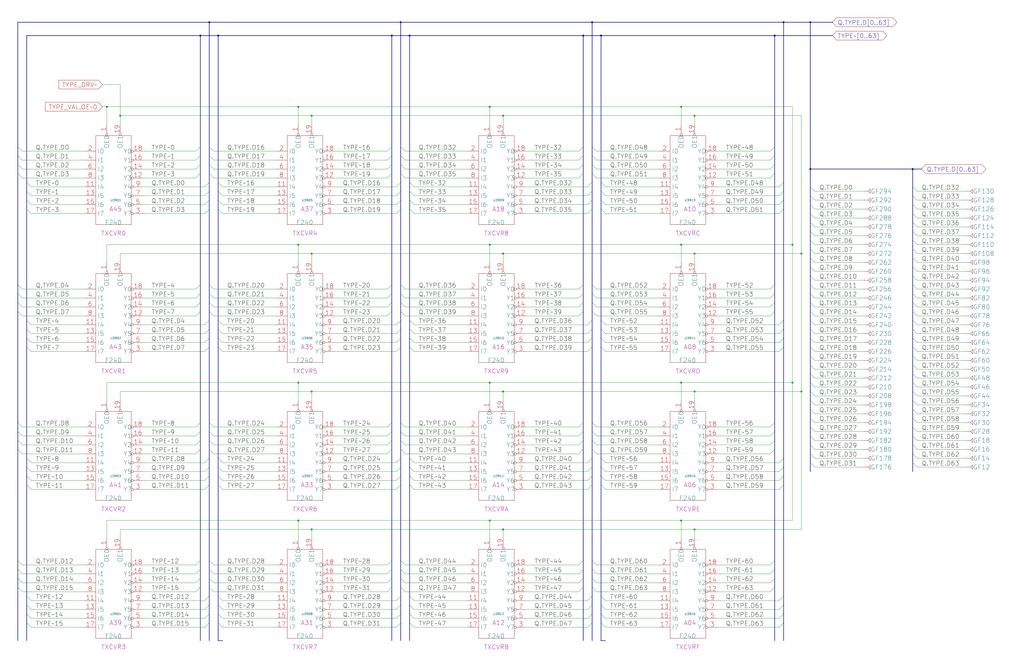
<source format=kicad_sch>
(kicad_sch (version 20230121) (generator eeschema)
  (paper "User" 584.2 378.46)
  (title_block (title "TYPE BUS TRANCEIVER\\nDATA PORTION") (date "22-MAY-90") (rev "1.0") (comment 1 "SEQUENCER") (comment 2 "232-003064") (comment 3 "S400") (comment 4 "RELEASED"))
  (junction (at 388.62 60.96))
  (junction (at 342.9 20.32))
  (junction (at 228.6 12.7))
  (junction (at 279.4 218.44))
  (junction (at 119.38 12.7))
  (junction (at 396.24 144.78))
  (junction (at 447.04 12.7))
  (junction (at 177.8 66.04))
  (junction (at 462.28 96.52))
  (junction (at 520.7 96.52))
  (junction (at 233.68 20.32))
  (junction (at 452.12 218.44))
  (junction (at 170.18 139.7))
  (junction (at 287.02 66.04))
  (junction (at 287.02 302.26))
  (junction (at 287.02 223.52))
  (junction (at 170.18 218.44))
  (junction (at 60.96 60.96))
  (junction (at 279.4 139.7))
  (junction (at 337.82 12.7))
  (junction (at 279.4 60.96))
  (junction (at 396.24 66.04))
  (junction (at 114.3 20.32))
  (junction (at 223.52 20.32))
  (junction (at 457.2 223.52))
  (junction (at 68.58 66.04))
  (junction (at 441.96 20.32))
  (junction (at 177.8 302.26))
  (junction (at 396.24 223.52))
  (junction (at 287.02 144.78))
  (junction (at 170.18 60.96))
  (junction (at 279.4 297.18))
  (junction (at 177.8 223.52))
  (junction (at 388.62 297.18))
  (junction (at 177.8 144.78))
  (junction (at 462.28 12.7))
  (junction (at 457.2 144.78))
  (junction (at 452.12 139.7))
  (junction (at 332.74 20.32))
  (junction (at 170.18 297.18))
  (junction (at 388.62 218.44))
  (junction (at 396.24 302.26))
  (junction (at 388.62 139.7))
  (junction (at 124.46 20.32))
  (bus_entry (at 119.38 246.38) (size 2.54 2.54))
  (bus_entry (at 520.7 254) (size 2.54 2.54))
  (bus_entry (at 462.28 203.2) (size 2.54 2.54))
  (bus_entry (at 228.6 350.52) (size -2.54 2.54))
  (bus_entry (at 337.82 83.82) (size 2.54 2.54))
  (bus_entry (at 441.96 88.9) (size -2.54 2.54))
  (bus_entry (at 337.82 340.36) (size -2.54 2.54))
  (bus_entry (at 332.74 162.56) (size -2.54 2.54))
  (bus_entry (at 520.7 218.44) (size 2.54 2.54))
  (bus_entry (at 10.16 177.8) (size 2.54 2.54))
  (bus_entry (at 447.04 198.12) (size -2.54 2.54))
  (bus_entry (at 342.9 182.88) (size 2.54 2.54))
  (bus_entry (at 342.9 350.52) (size 2.54 2.54))
  (bus_entry (at 337.82 187.96) (size -2.54 2.54))
  (bus_entry (at 447.04 276.86) (size -2.54 2.54))
  (bus_entry (at 228.6 266.7) (size -2.54 2.54))
  (bus_entry (at 114.3 241.3) (size -2.54 2.54))
  (bus_entry (at 114.3 256.54) (size -2.54 2.54))
  (bus_entry (at 15.24 198.12) (size 2.54 2.54))
  (bus_entry (at 462.28 172.72) (size 2.54 2.54))
  (bus_entry (at 10.16 330.2) (size 2.54 2.54))
  (bus_entry (at 10.16 172.72) (size 2.54 2.54))
  (bus_entry (at 520.7 132.08) (size 2.54 2.54))
  (bus_entry (at 337.82 261.62) (size -2.54 2.54))
  (bus_entry (at 228.6 256.54) (size 2.54 2.54))
  (bus_entry (at 15.24 119.38) (size 2.54 2.54))
  (bus_entry (at 520.7 182.88) (size 2.54 2.54))
  (bus_entry (at 119.38 114.3) (size -2.54 2.54))
  (bus_entry (at 332.74 172.72) (size -2.54 2.54))
  (bus_entry (at 114.3 162.56) (size -2.54 2.54))
  (bus_entry (at 462.28 137.16) (size 2.54 2.54))
  (bus_entry (at 114.3 93.98) (size -2.54 2.54))
  (bus_entry (at 223.52 320.04) (size -2.54 2.54))
  (bus_entry (at 233.68 350.52) (size 2.54 2.54))
  (bus_entry (at 228.6 271.78) (size -2.54 2.54))
  (bus_entry (at 462.28 218.44) (size 2.54 2.54))
  (bus_entry (at 15.24 104.14) (size 2.54 2.54))
  (bus_entry (at 119.38 266.7) (size -2.54 2.54))
  (bus_entry (at 342.9 119.38) (size 2.54 2.54))
  (bus_entry (at 124.46 119.38) (size 2.54 2.54))
  (bus_entry (at 119.38 119.38) (size -2.54 2.54))
  (bus_entry (at 228.6 330.2) (size 2.54 2.54))
  (bus_entry (at 337.82 88.9) (size 2.54 2.54))
  (bus_entry (at 233.68 114.3) (size 2.54 2.54))
  (bus_entry (at 342.9 104.14) (size 2.54 2.54))
  (bus_entry (at 119.38 193.04) (size -2.54 2.54))
  (bus_entry (at 10.16 88.9) (size 2.54 2.54))
  (bus_entry (at 520.7 157.48) (size 2.54 2.54))
  (bus_entry (at 332.74 167.64) (size -2.54 2.54))
  (bus_entry (at 124.46 193.04) (size 2.54 2.54))
  (bus_entry (at 10.16 256.54) (size 2.54 2.54))
  (bus_entry (at 10.16 83.82) (size 2.54 2.54))
  (bus_entry (at 228.6 340.36) (size -2.54 2.54))
  (bus_entry (at 119.38 251.46) (size 2.54 2.54))
  (bus_entry (at 447.04 114.3) (size -2.54 2.54))
  (bus_entry (at 15.24 109.22) (size 2.54 2.54))
  (bus_entry (at 342.9 345.44) (size 2.54 2.54))
  (bus_entry (at 462.28 121.92) (size 2.54 2.54))
  (bus_entry (at 520.7 198.12) (size 2.54 2.54))
  (bus_entry (at 332.74 325.12) (size -2.54 2.54))
  (bus_entry (at 10.16 93.98) (size 2.54 2.54))
  (bus_entry (at 119.38 177.8) (size 2.54 2.54))
  (bus_entry (at 114.3 251.46) (size -2.54 2.54))
  (bus_entry (at 462.28 223.52) (size 2.54 2.54))
  (bus_entry (at 233.68 345.44) (size 2.54 2.54))
  (bus_entry (at 337.82 182.88) (size -2.54 2.54))
  (bus_entry (at 447.04 119.38) (size -2.54 2.54))
  (bus_entry (at 223.52 256.54) (size -2.54 2.54))
  (bus_entry (at 462.28 111.76) (size 2.54 2.54))
  (bus_entry (at 447.04 271.78) (size -2.54 2.54))
  (bus_entry (at 520.7 208.28) (size 2.54 2.54))
  (bus_entry (at 233.68 109.22) (size 2.54 2.54))
  (bus_entry (at 228.6 241.3) (size 2.54 2.54))
  (bus_entry (at 441.96 325.12) (size -2.54 2.54))
  (bus_entry (at 441.96 83.82) (size -2.54 2.54))
  (bus_entry (at 520.7 243.84) (size 2.54 2.54))
  (bus_entry (at 223.52 99.06) (size -2.54 2.54))
  (bus_entry (at 337.82 167.64) (size 2.54 2.54))
  (bus_entry (at 332.74 88.9) (size -2.54 2.54))
  (bus_entry (at 228.6 104.14) (size -2.54 2.54))
  (bus_entry (at 124.46 271.78) (size 2.54 2.54))
  (bus_entry (at 233.68 340.36) (size 2.54 2.54))
  (bus_entry (at 337.82 350.52) (size -2.54 2.54))
  (bus_entry (at 228.6 276.86) (size -2.54 2.54))
  (bus_entry (at 441.96 99.06) (size -2.54 2.54))
  (bus_entry (at 337.82 109.22) (size -2.54 2.54))
  (bus_entry (at 114.3 83.82) (size -2.54 2.54))
  (bus_entry (at 337.82 256.54) (size 2.54 2.54))
  (bus_entry (at 462.28 228.6) (size 2.54 2.54))
  (bus_entry (at 520.7 111.76) (size 2.54 2.54))
  (bus_entry (at 332.74 177.8) (size -2.54 2.54))
  (bus_entry (at 441.96 256.54) (size -2.54 2.54))
  (bus_entry (at 223.52 335.28) (size -2.54 2.54))
  (bus_entry (at 462.28 106.68) (size 2.54 2.54))
  (bus_entry (at 228.6 109.22) (size -2.54 2.54))
  (bus_entry (at 520.7 177.8) (size 2.54 2.54))
  (bus_entry (at 337.82 114.3) (size -2.54 2.54))
  (bus_entry (at 337.82 99.06) (size 2.54 2.54))
  (bus_entry (at 520.7 259.08) (size 2.54 2.54))
  (bus_entry (at 119.38 187.96) (size -2.54 2.54))
  (bus_entry (at 462.28 198.12) (size 2.54 2.54))
  (bus_entry (at 520.7 167.64) (size 2.54 2.54))
  (bus_entry (at 124.46 104.14) (size 2.54 2.54))
  (bus_entry (at 462.28 238.76) (size 2.54 2.54))
  (bus_entry (at 119.38 162.56) (size 2.54 2.54))
  (bus_entry (at 223.52 172.72) (size -2.54 2.54))
  (bus_entry (at 520.7 127) (size 2.54 2.54))
  (bus_entry (at 119.38 241.3) (size 2.54 2.54))
  (bus_entry (at 223.52 325.12) (size -2.54 2.54))
  (bus_entry (at 233.68 193.04) (size 2.54 2.54))
  (bus_entry (at 342.9 355.6) (size 2.54 2.54))
  (bus_entry (at 342.9 261.62) (size 2.54 2.54))
  (bus_entry (at 124.46 187.96) (size 2.54 2.54))
  (bus_entry (at 228.6 345.44) (size -2.54 2.54))
  (bus_entry (at 15.24 340.36) (size 2.54 2.54))
  (bus_entry (at 124.46 345.44) (size 2.54 2.54))
  (bus_entry (at 441.96 172.72) (size -2.54 2.54))
  (bus_entry (at 332.74 93.98) (size -2.54 2.54))
  (bus_entry (at 332.74 241.3) (size -2.54 2.54))
  (bus_entry (at 228.6 187.96) (size -2.54 2.54))
  (bus_entry (at 15.24 193.04) (size 2.54 2.54))
  (bus_entry (at 228.6 335.28) (size 2.54 2.54))
  (bus_entry (at 520.7 213.36) (size 2.54 2.54))
  (bus_entry (at 520.7 228.6) (size 2.54 2.54))
  (bus_entry (at 462.28 208.28) (size 2.54 2.54))
  (bus_entry (at 462.28 264.16) (size 2.54 2.54))
  (bus_entry (at 10.16 241.3) (size 2.54 2.54))
  (bus_entry (at 10.16 167.64) (size 2.54 2.54))
  (bus_entry (at 447.04 182.88) (size -2.54 2.54))
  (bus_entry (at 119.38 261.62) (size -2.54 2.54))
  (bus_entry (at 124.46 261.62) (size 2.54 2.54))
  (bus_entry (at 124.46 182.88) (size 2.54 2.54))
  (bus_entry (at 520.7 238.76) (size 2.54 2.54))
  (bus_entry (at 520.7 203.2) (size 2.54 2.54))
  (bus_entry (at 520.7 193.04) (size 2.54 2.54))
  (bus_entry (at 337.82 266.7) (size -2.54 2.54))
  (bus_entry (at 337.82 246.38) (size 2.54 2.54))
  (bus_entry (at 10.16 325.12) (size 2.54 2.54))
  (bus_entry (at 441.96 93.98) (size -2.54 2.54))
  (bus_entry (at 119.38 330.2) (size 2.54 2.54))
  (bus_entry (at 337.82 119.38) (size -2.54 2.54))
  (bus_entry (at 15.24 345.44) (size 2.54 2.54))
  (bus_entry (at 342.9 276.86) (size 2.54 2.54))
  (bus_entry (at 520.7 172.72) (size 2.54 2.54))
  (bus_entry (at 10.16 320.04) (size 2.54 2.54))
  (bus_entry (at 124.46 276.86) (size 2.54 2.54))
  (bus_entry (at 332.74 246.38) (size -2.54 2.54))
  (bus_entry (at 342.9 187.96) (size 2.54 2.54))
  (bus_entry (at 441.96 177.8) (size -2.54 2.54))
  (bus_entry (at 15.24 266.7) (size 2.54 2.54))
  (bus_entry (at 337.82 330.2) (size 2.54 2.54))
  (bus_entry (at 124.46 340.36) (size 2.54 2.54))
  (bus_entry (at 124.46 355.6) (size 2.54 2.54))
  (bus_entry (at 119.38 335.28) (size 2.54 2.54))
  (bus_entry (at 228.6 99.06) (size 2.54 2.54))
  (bus_entry (at 520.7 121.92) (size 2.54 2.54))
  (bus_entry (at 337.82 276.86) (size -2.54 2.54))
  (bus_entry (at 462.28 233.68) (size 2.54 2.54))
  (bus_entry (at 228.6 177.8) (size 2.54 2.54))
  (bus_entry (at 228.6 119.38) (size -2.54 2.54))
  (bus_entry (at 10.16 251.46) (size 2.54 2.54))
  (bus_entry (at 520.7 187.96) (size 2.54 2.54))
  (bus_entry (at 233.68 119.38) (size 2.54 2.54))
  (bus_entry (at 228.6 355.6) (size -2.54 2.54))
  (bus_entry (at 447.04 350.52) (size -2.54 2.54))
  (bus_entry (at 447.04 355.6) (size -2.54 2.54))
  (bus_entry (at 462.28 132.08) (size 2.54 2.54))
  (bus_entry (at 441.96 246.38) (size -2.54 2.54))
  (bus_entry (at 462.28 162.56) (size 2.54 2.54))
  (bus_entry (at 337.82 193.04) (size -2.54 2.54))
  (bus_entry (at 119.38 355.6) (size -2.54 2.54))
  (bus_entry (at 520.7 162.56) (size 2.54 2.54))
  (bus_entry (at 447.04 187.96) (size -2.54 2.54))
  (bus_entry (at 10.16 162.56) (size 2.54 2.54))
  (bus_entry (at 337.82 271.78) (size -2.54 2.54))
  (bus_entry (at 223.52 83.82) (size -2.54 2.54))
  (bus_entry (at 10.16 99.06) (size 2.54 2.54))
  (bus_entry (at 15.24 187.96) (size 2.54 2.54))
  (bus_entry (at 332.74 251.46) (size -2.54 2.54))
  (bus_entry (at 119.38 104.14) (size -2.54 2.54))
  (bus_entry (at 520.7 116.84) (size 2.54 2.54))
  (bus_entry (at 119.38 93.98) (size 2.54 2.54))
  (bus_entry (at 441.96 335.28) (size -2.54 2.54))
  (bus_entry (at 520.7 142.24) (size 2.54 2.54))
  (bus_entry (at 15.24 350.52) (size 2.54 2.54))
  (bus_entry (at 462.28 243.84) (size 2.54 2.54))
  (bus_entry (at 441.96 251.46) (size -2.54 2.54))
  (bus_entry (at 520.7 264.16) (size 2.54 2.54))
  (bus_entry (at 462.28 259.08) (size 2.54 2.54))
  (bus_entry (at 462.28 213.36) (size 2.54 2.54))
  (bus_entry (at 228.6 83.82) (size 2.54 2.54))
  (bus_entry (at 114.3 177.8) (size -2.54 2.54))
  (bus_entry (at 119.38 276.86) (size -2.54 2.54))
  (bus_entry (at 441.96 167.64) (size -2.54 2.54))
  (bus_entry (at 447.04 109.22) (size -2.54 2.54))
  (bus_entry (at 462.28 157.48) (size 2.54 2.54))
  (bus_entry (at 332.74 320.04) (size -2.54 2.54))
  (bus_entry (at 337.82 251.46) (size 2.54 2.54))
  (bus_entry (at 233.68 261.62) (size 2.54 2.54))
  (bus_entry (at 441.96 241.3) (size -2.54 2.54))
  (bus_entry (at 233.68 276.86) (size 2.54 2.54))
  (bus_entry (at 119.38 198.12) (size -2.54 2.54))
  (bus_entry (at 342.9 266.7) (size 2.54 2.54))
  (bus_entry (at 114.3 99.06) (size -2.54 2.54))
  (bus_entry (at 223.52 241.3) (size -2.54 2.54))
  (bus_entry (at 337.82 355.6) (size -2.54 2.54))
  (bus_entry (at 228.6 198.12) (size -2.54 2.54))
  (bus_entry (at 462.28 142.24) (size 2.54 2.54))
  (bus_entry (at 119.38 325.12) (size 2.54 2.54))
  (bus_entry (at 223.52 167.64) (size -2.54 2.54))
  (bus_entry (at 447.04 340.36) (size -2.54 2.54))
  (bus_entry (at 337.82 104.14) (size -2.54 2.54))
  (bus_entry (at 462.28 182.88) (size 2.54 2.54))
  (bus_entry (at 233.68 198.12) (size 2.54 2.54))
  (bus_entry (at 15.24 261.62) (size 2.54 2.54))
  (bus_entry (at 233.68 355.6) (size 2.54 2.54))
  (bus_entry (at 114.3 172.72) (size -2.54 2.54))
  (bus_entry (at 447.04 193.04) (size -2.54 2.54))
  (bus_entry (at 228.6 251.46) (size 2.54 2.54))
  (bus_entry (at 337.82 172.72) (size 2.54 2.54))
  (bus_entry (at 223.52 251.46) (size -2.54 2.54))
  (bus_entry (at 119.38 256.54) (size 2.54 2.54))
  (bus_entry (at 337.82 335.28) (size 2.54 2.54))
  (bus_entry (at 10.16 246.38) (size 2.54 2.54))
  (bus_entry (at 520.7 223.52) (size 2.54 2.54))
  (bus_entry (at 228.6 193.04) (size -2.54 2.54))
  (bus_entry (at 119.38 83.82) (size 2.54 2.54))
  (bus_entry (at 228.6 93.98) (size 2.54 2.54))
  (bus_entry (at 228.6 88.9) (size 2.54 2.54))
  (bus_entry (at 223.52 88.9) (size -2.54 2.54))
  (bus_entry (at 337.82 198.12) (size -2.54 2.54))
  (bus_entry (at 119.38 99.06) (size 2.54 2.54))
  (bus_entry (at 462.28 187.96) (size 2.54 2.54))
  (bus_entry (at 337.82 93.98) (size 2.54 2.54))
  (bus_entry (at 114.3 167.64) (size -2.54 2.54))
  (bus_entry (at 119.38 182.88) (size -2.54 2.54))
  (bus_entry (at 228.6 114.3) (size -2.54 2.54))
  (bus_entry (at 233.68 187.96) (size 2.54 2.54))
  (bus_entry (at 15.24 276.86) (size 2.54 2.54))
  (bus_entry (at 337.82 325.12) (size 2.54 2.54))
  (bus_entry (at 114.3 320.04) (size -2.54 2.54))
  (bus_entry (at 124.46 198.12) (size 2.54 2.54))
  (bus_entry (at 332.74 256.54) (size -2.54 2.54))
  (bus_entry (at 233.68 104.14) (size 2.54 2.54))
  (bus_entry (at 10.16 335.28) (size 2.54 2.54))
  (bus_entry (at 441.96 162.56) (size -2.54 2.54))
  (bus_entry (at 447.04 104.14) (size -2.54 2.54))
  (bus_entry (at 124.46 350.52) (size 2.54 2.54))
  (bus_entry (at 228.6 162.56) (size 2.54 2.54))
  (bus_entry (at 342.9 340.36) (size 2.54 2.54))
  (bus_entry (at 462.28 254) (size 2.54 2.54))
  (bus_entry (at 332.74 335.28) (size -2.54 2.54))
  (bus_entry (at 15.24 355.6) (size 2.54 2.54))
  (bus_entry (at 462.28 248.92) (size 2.54 2.54))
  (bus_entry (at 447.04 261.62) (size -2.54 2.54))
  (bus_entry (at 114.3 325.12) (size -2.54 2.54))
  (bus_entry (at 447.04 266.7) (size -2.54 2.54))
  (bus_entry (at 520.7 137.16) (size 2.54 2.54))
  (bus_entry (at 462.28 152.4) (size 2.54 2.54))
  (bus_entry (at 462.28 167.64) (size 2.54 2.54))
  (bus_entry (at 119.38 340.36) (size -2.54 2.54))
  (bus_entry (at 337.82 241.3) (size 2.54 2.54))
  (bus_entry (at 228.6 182.88) (size -2.54 2.54))
  (bus_entry (at 447.04 345.44) (size -2.54 2.54))
  (bus_entry (at 114.3 335.28) (size -2.54 2.54))
  (bus_entry (at 228.6 325.12) (size 2.54 2.54))
  (bus_entry (at 342.9 271.78) (size 2.54 2.54))
  (bus_entry (at 233.68 271.78) (size 2.54 2.54))
  (bus_entry (at 233.68 182.88) (size 2.54 2.54))
  (bus_entry (at 223.52 330.2) (size -2.54 2.54))
  (bus_entry (at 228.6 172.72) (size 2.54 2.54))
  (bus_entry (at 119.38 350.52) (size -2.54 2.54))
  (bus_entry (at 223.52 93.98) (size -2.54 2.54))
  (bus_entry (at 15.24 271.78) (size 2.54 2.54))
  (bus_entry (at 228.6 167.64) (size 2.54 2.54))
  (bus_entry (at 332.74 99.06) (size -2.54 2.54))
  (bus_entry (at 124.46 266.7) (size 2.54 2.54))
  (bus_entry (at 332.74 330.2) (size -2.54 2.54))
  (bus_entry (at 342.9 198.12) (size 2.54 2.54))
  (bus_entry (at 342.9 193.04) (size 2.54 2.54))
  (bus_entry (at 114.3 330.2) (size -2.54 2.54))
  (bus_entry (at 228.6 246.38) (size 2.54 2.54))
  (bus_entry (at 119.38 320.04) (size 2.54 2.54))
  (bus_entry (at 223.52 162.56) (size -2.54 2.54))
  (bus_entry (at 15.24 182.88) (size 2.54 2.54))
  (bus_entry (at 119.38 271.78) (size -2.54 2.54))
  (bus_entry (at 520.7 147.32) (size 2.54 2.54))
  (bus_entry (at 462.28 177.8) (size 2.54 2.54))
  (bus_entry (at 462.28 127) (size 2.54 2.54))
  (bus_entry (at 119.38 109.22) (size -2.54 2.54))
  (bus_entry (at 119.38 88.9) (size 2.54 2.54))
  (bus_entry (at 337.82 345.44) (size -2.54 2.54))
  (bus_entry (at 119.38 167.64) (size 2.54 2.54))
  (bus_entry (at 223.52 177.8) (size -2.54 2.54))
  (bus_entry (at 114.3 246.38) (size -2.54 2.54))
  (bus_entry (at 337.82 162.56) (size 2.54 2.54))
  (bus_entry (at 462.28 193.04) (size 2.54 2.54))
  (bus_entry (at 15.24 114.3) (size 2.54 2.54))
  (bus_entry (at 223.52 246.38) (size -2.54 2.54))
  (bus_entry (at 462.28 147.32) (size 2.54 2.54))
  (bus_entry (at 342.9 114.3) (size 2.54 2.54))
  (bus_entry (at 441.96 320.04) (size -2.54 2.54))
  (bus_entry (at 332.74 83.82) (size -2.54 2.54))
  (bus_entry (at 119.38 345.44) (size -2.54 2.54))
  (bus_entry (at 114.3 88.9) (size -2.54 2.54))
  (bus_entry (at 520.7 106.68) (size 2.54 2.54))
  (bus_entry (at 124.46 114.3) (size 2.54 2.54))
  (bus_entry (at 337.82 320.04) (size 2.54 2.54))
  (bus_entry (at 520.7 248.92) (size 2.54 2.54))
  (bus_entry (at 124.46 109.22) (size 2.54 2.54))
  (bus_entry (at 228.6 261.62) (size -2.54 2.54))
  (bus_entry (at 520.7 152.4) (size 2.54 2.54))
  (bus_entry (at 520.7 233.68) (size 2.54 2.54))
  (bus_entry (at 441.96 330.2) (size -2.54 2.54))
  (bus_entry (at 228.6 320.04) (size 2.54 2.54))
  (bus_entry (at 462.28 116.84) (size 2.54 2.54))
  (bus_entry (at 119.38 172.72) (size 2.54 2.54))
  (bus_entry (at 342.9 109.22) (size 2.54 2.54))
  (bus_entry (at 337.82 177.8) (size 2.54 2.54))
  (bus_entry (at 233.68 266.7) (size 2.54 2.54))
  (bus (pts (xy 441.96 83.82) (xy 441.96 88.9)))
  (wire (pts (xy 81.28 243.84) (xy 111.76 243.84)))
  (wire (pts (xy 236.22 264.16) (xy 266.7 264.16)))
  (bus (pts (xy 520.7 147.32) (xy 520.7 152.4)))
  (wire (pts (xy 340.36 243.84) (xy 375.92 243.84)))
  (bus (pts (xy 342.9 119.38) (xy 342.9 182.88)))
  (wire (pts (xy 345.44 190.5) (xy 375.92 190.5)))
  (bus (pts (xy 10.16 177.8) (xy 10.16 241.3)))
  (bus (pts (xy 337.82 187.96) (xy 337.82 193.04)))
  (bus (pts (xy 520.7 208.28) (xy 520.7 213.36)))
  (wire (pts (xy 523.24 114.3) (xy 551.18 114.3)))
  (bus (pts (xy 337.82 340.36) (xy 337.82 345.44)))
  (bus (pts (xy 124.46 365.76) (xy 127 365.76)))
  (wire (pts (xy 523.24 251.46) (xy 551.18 251.46)))
  (bus (pts (xy 441.96 330.2) (xy 441.96 335.28)))
  (wire (pts (xy 190.5 121.92) (xy 226.06 121.92)))
  (wire (pts (xy 121.92 165.1) (xy 157.48 165.1)))
  (bus (pts (xy 233.68 271.78) (xy 233.68 276.86)))
  (wire (pts (xy 523.24 236.22) (xy 551.18 236.22)))
  (wire (pts (xy 523.24 185.42) (xy 551.18 185.42)))
  (bus (pts (xy 441.96 325.12) (xy 441.96 330.2)))
  (bus (pts (xy 462.28 254) (xy 462.28 259.08)))
  (bus (pts (xy 462.28 198.12) (xy 462.28 203.2)))
  (bus (pts (xy 337.82 119.38) (xy 337.82 162.56)))
  (wire (pts (xy 60.96 139.7) (xy 60.96 149.86)))
  (wire (pts (xy 408.94 264.16) (xy 444.5 264.16)))
  (bus (pts (xy 447.04 12.7) (xy 462.28 12.7)))
  (bus (pts (xy 447.04 266.7) (xy 447.04 271.78)))
  (bus (pts (xy 332.74 88.9) (xy 332.74 93.98)))
  (wire (pts (xy 396.24 223.52) (xy 396.24 228.6)))
  (wire (pts (xy 396.24 144.78) (xy 396.24 149.86)))
  (bus (pts (xy 337.82 266.7) (xy 337.82 271.78)))
  (bus (pts (xy 223.52 99.06) (xy 223.52 162.56)))
  (bus (pts (xy 447.04 12.7) (xy 447.04 104.14)))
  (wire (pts (xy 81.28 332.74) (xy 111.76 332.74)))
  (wire (pts (xy 299.72 332.74) (xy 330.2 332.74)))
  (bus (pts (xy 520.7 142.24) (xy 520.7 147.32)))
  (bus (pts (xy 228.6 172.72) (xy 228.6 177.8)))
  (bus (pts (xy 119.38 83.82) (xy 119.38 88.9)))
  (bus (pts (xy 462.28 203.2) (xy 462.28 208.28)))
  (wire (pts (xy 121.92 254) (xy 157.48 254)))
  (wire (pts (xy 81.28 106.68) (xy 116.84 106.68)))
  (wire (pts (xy 340.36 332.74) (xy 375.92 332.74)))
  (bus (pts (xy 228.6 99.06) (xy 228.6 104.14)))
  (wire (pts (xy 58.42 48.26) (xy 68.58 48.26)))
  (wire (pts (xy 408.94 322.58) (xy 439.42 322.58)))
  (wire (pts (xy 12.7 96.52) (xy 48.26 96.52)))
  (wire (pts (xy 236.22 353.06) (xy 266.7 353.06)))
  (wire (pts (xy 523.24 119.38) (xy 551.18 119.38)))
  (bus (pts (xy 124.46 20.32) (xy 223.52 20.32)))
  (bus (pts (xy 462.28 12.7) (xy 462.28 96.52)))
  (wire (pts (xy 127 269.24) (xy 157.48 269.24)))
  (bus (pts (xy 124.46 350.52) (xy 124.46 355.6)))
  (bus (pts (xy 124.46 340.36) (xy 124.46 345.44)))
  (wire (pts (xy 190.5 332.74) (xy 220.98 332.74)))
  (wire (pts (xy 464.82 185.42) (xy 492.76 185.42)))
  (bus (pts (xy 114.3 88.9) (xy 114.3 93.98)))
  (bus (pts (xy 228.6 256.54) (xy 228.6 261.62)))
  (wire (pts (xy 408.94 165.1) (xy 439.42 165.1)))
  (wire (pts (xy 236.22 106.68) (xy 266.7 106.68)))
  (bus (pts (xy 520.7 259.08) (xy 520.7 264.16)))
  (bus (pts (xy 520.7 96.52) (xy 520.7 106.68)))
  (wire (pts (xy 127 274.32) (xy 157.48 274.32)))
  (bus (pts (xy 441.96 88.9) (xy 441.96 93.98)))
  (wire (pts (xy 299.72 353.06) (xy 335.28 353.06)))
  (bus (pts (xy 233.68 266.7) (xy 233.68 271.78)))
  (wire (pts (xy 68.58 144.78) (xy 177.8 144.78)))
  (bus (pts (xy 462.28 264.16) (xy 462.28 269.24)))
  (wire (pts (xy 408.94 180.34) (xy 439.42 180.34)))
  (wire (pts (xy 408.94 327.66) (xy 439.42 327.66)))
  (wire (pts (xy 17.78 274.32) (xy 48.26 274.32)))
  (wire (pts (xy 17.78 358.14) (xy 48.26 358.14)))
  (bus (pts (xy 10.16 12.7) (xy 119.38 12.7)))
  (bus (pts (xy 228.6 266.7) (xy 228.6 271.78)))
  (wire (pts (xy 81.28 337.82) (xy 111.76 337.82)))
  (wire (pts (xy 464.82 175.26) (xy 492.76 175.26)))
  (bus (pts (xy 342.9 104.14) (xy 342.9 109.22)))
  (wire (pts (xy 12.7 327.66) (xy 48.26 327.66)))
  (wire (pts (xy 452.12 139.7) (xy 452.12 60.96)))
  (wire (pts (xy 12.7 180.34) (xy 48.26 180.34)))
  (bus (pts (xy 15.24 345.44) (xy 15.24 350.52)))
  (wire (pts (xy 190.5 337.82) (xy 220.98 337.82)))
  (wire (pts (xy 388.62 297.18) (xy 388.62 307.34)))
  (wire (pts (xy 287.02 66.04) (xy 287.02 71.12)))
  (wire (pts (xy 299.72 91.44) (xy 330.2 91.44)))
  (wire (pts (xy 68.58 66.04) (xy 177.8 66.04)))
  (bus (pts (xy 337.82 276.86) (xy 337.82 320.04)))
  (bus (pts (xy 337.82 246.38) (xy 337.82 251.46)))
  (wire (pts (xy 523.24 200.66) (xy 551.18 200.66)))
  (wire (pts (xy 81.28 248.92) (xy 111.76 248.92)))
  (bus (pts (xy 10.16 162.56) (xy 10.16 167.64)))
  (bus (pts (xy 124.46 271.78) (xy 124.46 276.86)))
  (wire (pts (xy 190.5 279.4) (xy 226.06 279.4)))
  (wire (pts (xy 345.44 353.06) (xy 375.92 353.06)))
  (bus (pts (xy 520.7 167.64) (xy 520.7 172.72)))
  (bus (pts (xy 114.3 256.54) (xy 114.3 320.04)))
  (bus (pts (xy 520.7 254) (xy 520.7 259.08)))
  (bus (pts (xy 15.24 182.88) (xy 15.24 187.96)))
  (bus (pts (xy 462.28 162.56) (xy 462.28 167.64)))
  (wire (pts (xy 190.5 264.16) (xy 226.06 264.16)))
  (bus (pts (xy 332.74 325.12) (xy 332.74 330.2)))
  (wire (pts (xy 523.24 124.46) (xy 551.18 124.46)))
  (wire (pts (xy 345.44 279.4) (xy 375.92 279.4)))
  (bus (pts (xy 228.6 12.7) (xy 228.6 83.82)))
  (wire (pts (xy 345.44 106.68) (xy 375.92 106.68)))
  (bus (pts (xy 119.38 335.28) (xy 119.38 340.36)))
  (wire (pts (xy 190.5 254) (xy 220.98 254)))
  (bus (pts (xy 520.7 193.04) (xy 520.7 198.12)))
  (bus (pts (xy 114.3 83.82) (xy 114.3 88.9)))
  (wire (pts (xy 299.72 248.92) (xy 330.2 248.92)))
  (bus (pts (xy 228.6 261.62) (xy 228.6 266.7)))
  (bus (pts (xy 10.16 93.98) (xy 10.16 99.06)))
  (bus (pts (xy 10.16 335.28) (xy 10.16 365.76)))
  (bus (pts (xy 337.82 320.04) (xy 337.82 325.12)))
  (wire (pts (xy 17.78 106.68) (xy 48.26 106.68)))
  (wire (pts (xy 408.94 269.24) (xy 444.5 269.24)))
  (bus (pts (xy 15.24 104.14) (xy 15.24 109.22)))
  (wire (pts (xy 190.5 111.76) (xy 226.06 111.76)))
  (bus (pts (xy 462.28 259.08) (xy 462.28 264.16)))
  (wire (pts (xy 81.28 170.18) (xy 111.76 170.18)))
  (wire (pts (xy 17.78 342.9) (xy 48.26 342.9)))
  (wire (pts (xy 236.22 279.4) (xy 266.7 279.4)))
  (bus (pts (xy 441.96 320.04) (xy 441.96 325.12)))
  (bus (pts (xy 15.24 340.36) (xy 15.24 345.44)))
  (bus (pts (xy 233.68 182.88) (xy 233.68 187.96)))
  (wire (pts (xy 340.36 175.26) (xy 375.92 175.26)))
  (wire (pts (xy 464.82 231.14) (xy 492.76 231.14)))
  (wire (pts (xy 464.82 266.7) (xy 492.76 266.7)))
  (wire (pts (xy 236.22 195.58) (xy 266.7 195.58)))
  (bus (pts (xy 119.38 193.04) (xy 119.38 198.12)))
  (bus (pts (xy 114.3 320.04) (xy 114.3 325.12)))
  (wire (pts (xy 287.02 144.78) (xy 396.24 144.78)))
  (bus (pts (xy 10.16 320.04) (xy 10.16 325.12)))
  (bus (pts (xy 15.24 355.6) (xy 15.24 365.76)))
  (bus (pts (xy 447.04 119.38) (xy 447.04 182.88)))
  (bus (pts (xy 447.04 187.96) (xy 447.04 193.04)))
  (bus (pts (xy 337.82 104.14) (xy 337.82 109.22)))
  (bus (pts (xy 223.52 162.56) (xy 223.52 167.64)))
  (bus (pts (xy 462.28 106.68) (xy 462.28 111.76)))
  (wire (pts (xy 299.72 175.26) (xy 330.2 175.26)))
  (wire (pts (xy 231.14 337.82) (xy 266.7 337.82)))
  (bus (pts (xy 462.28 177.8) (xy 462.28 182.88)))
  (wire (pts (xy 236.22 200.66) (xy 266.7 200.66)))
  (wire (pts (xy 17.78 116.84) (xy 48.26 116.84)))
  (wire (pts (xy 464.82 256.54) (xy 492.76 256.54)))
  (bus (pts (xy 10.16 241.3) (xy 10.16 246.38)))
  (wire (pts (xy 279.4 60.96) (xy 279.4 71.12)))
  (bus (pts (xy 520.7 96.52) (xy 462.28 96.52)))
  (bus (pts (xy 15.24 187.96) (xy 15.24 193.04)))
  (bus (pts (xy 124.46 104.14) (xy 124.46 109.22)))
  (wire (pts (xy 121.92 96.52) (xy 157.48 96.52)))
  (bus (pts (xy 233.68 193.04) (xy 233.68 198.12)))
  (bus (pts (xy 223.52 20.32) (xy 233.68 20.32)))
  (bus (pts (xy 520.7 228.6) (xy 520.7 233.68)))
  (bus (pts (xy 119.38 256.54) (xy 119.38 261.62)))
  (wire (pts (xy 345.44 195.58) (xy 375.92 195.58)))
  (wire (pts (xy 299.72 322.58) (xy 330.2 322.58)))
  (bus (pts (xy 223.52 246.38) (xy 223.52 251.46)))
  (bus (pts (xy 228.6 104.14) (xy 228.6 109.22)))
  (wire (pts (xy 408.94 106.68) (xy 444.5 106.68)))
  (wire (pts (xy 60.96 218.44) (xy 60.96 228.6)))
  (wire (pts (xy 68.58 302.26) (xy 177.8 302.26)))
  (wire (pts (xy 299.72 327.66) (xy 330.2 327.66)))
  (bus (pts (xy 124.46 114.3) (xy 124.46 119.38)))
  (wire (pts (xy 279.4 60.96) (xy 388.62 60.96)))
  (bus (pts (xy 114.3 99.06) (xy 114.3 162.56)))
  (wire (pts (xy 17.78 353.06) (xy 48.26 353.06)))
  (bus (pts (xy 114.3 325.12) (xy 114.3 330.2)))
  (wire (pts (xy 81.28 264.16) (xy 116.84 264.16)))
  (bus (pts (xy 462.28 152.4) (xy 462.28 157.48)))
  (bus (pts (xy 114.3 335.28) (xy 114.3 365.76)))
  (wire (pts (xy 287.02 144.78) (xy 287.02 149.86)))
  (wire (pts (xy 340.36 101.6) (xy 375.92 101.6)))
  (bus (pts (xy 228.6 162.56) (xy 228.6 167.64)))
  (wire (pts (xy 523.24 241.3) (xy 551.18 241.3)))
  (wire (pts (xy 190.5 106.68) (xy 226.06 106.68)))
  (bus (pts (xy 119.38 271.78) (xy 119.38 276.86)))
  (bus (pts (xy 520.7 223.52) (xy 520.7 228.6)))
  (wire (pts (xy 190.5 269.24) (xy 226.06 269.24)))
  (bus (pts (xy 119.38 182.88) (xy 119.38 187.96)))
  (wire (pts (xy 464.82 190.5) (xy 492.76 190.5)))
  (bus (pts (xy 119.38 251.46) (xy 119.38 256.54)))
  (bus (pts (xy 119.38 266.7) (xy 119.38 271.78)))
  (wire (pts (xy 68.58 144.78) (xy 68.58 149.86)))
  (wire (pts (xy 396.24 66.04) (xy 457.2 66.04)))
  (wire (pts (xy 127 106.68) (xy 157.48 106.68)))
  (bus (pts (xy 114.3 162.56) (xy 114.3 167.64)))
  (bus (pts (xy 10.16 325.12) (xy 10.16 330.2)))
  (wire (pts (xy 523.24 165.1) (xy 551.18 165.1)))
  (wire (pts (xy 121.92 327.66) (xy 157.48 327.66)))
  (wire (pts (xy 81.28 259.08) (xy 111.76 259.08)))
  (bus (pts (xy 228.6 345.44) (xy 228.6 350.52)))
  (wire (pts (xy 287.02 223.52) (xy 396.24 223.52)))
  (bus (pts (xy 441.96 251.46) (xy 441.96 256.54)))
  (wire (pts (xy 345.44 116.84) (xy 375.92 116.84)))
  (wire (pts (xy 345.44 269.24) (xy 375.92 269.24)))
  (wire (pts (xy 408.94 254) (xy 439.42 254)))
  (wire (pts (xy 190.5 248.92) (xy 220.98 248.92)))
  (wire (pts (xy 340.36 327.66) (xy 375.92 327.66)))
  (wire (pts (xy 279.4 297.18) (xy 279.4 307.34)))
  (wire (pts (xy 464.82 160.02) (xy 492.76 160.02)))
  (bus (pts (xy 124.46 345.44) (xy 124.46 350.52)))
  (bus (pts (xy 337.82 167.64) (xy 337.82 172.72)))
  (bus (pts (xy 119.38 246.38) (xy 119.38 251.46)))
  (bus (pts (xy 462.28 96.52) (xy 462.28 106.68)))
  (wire (pts (xy 127 353.06) (xy 157.48 353.06)))
  (bus (pts (xy 233.68 345.44) (xy 233.68 350.52)))
  (bus (pts (xy 332.74 99.06) (xy 332.74 162.56)))
  (wire (pts (xy 12.7 170.18) (xy 48.26 170.18)))
  (bus (pts (xy 119.38 93.98) (xy 119.38 99.06)))
  (wire (pts (xy 523.24 231.14) (xy 551.18 231.14)))
  (wire (pts (xy 523.24 210.82) (xy 551.18 210.82)))
  (wire (pts (xy 81.28 353.06) (xy 116.84 353.06)))
  (wire (pts (xy 464.82 109.22) (xy 492.76 109.22)))
  (bus (pts (xy 342.9 365.76) (xy 345.44 365.76)))
  (bus (pts (xy 119.38 345.44) (xy 119.38 350.52)))
  (bus (pts (xy 233.68 104.14) (xy 233.68 109.22)))
  (bus (pts (xy 119.38 276.86) (xy 119.38 320.04)))
  (bus (pts (xy 520.7 243.84) (xy 520.7 248.92)))
  (wire (pts (xy 81.28 111.76) (xy 116.84 111.76)))
  (bus (pts (xy 228.6 198.12) (xy 228.6 241.3)))
  (bus (pts (xy 124.46 193.04) (xy 124.46 198.12)))
  (wire (pts (xy 340.36 180.34) (xy 375.92 180.34)))
  (wire (pts (xy 299.72 358.14) (xy 335.28 358.14)))
  (bus (pts (xy 447.04 198.12) (xy 447.04 261.62)))
  (wire (pts (xy 12.7 86.36) (xy 48.26 86.36)))
  (bus (pts (xy 447.04 193.04) (xy 447.04 198.12)))
  (bus (pts (xy 119.38 114.3) (xy 119.38 119.38)))
  (wire (pts (xy 236.22 342.9) (xy 266.7 342.9)))
  (wire (pts (xy 231.14 86.36) (xy 266.7 86.36)))
  (bus (pts (xy 441.96 172.72) (xy 441.96 177.8)))
  (wire (pts (xy 408.94 347.98) (xy 444.5 347.98)))
  (bus (pts (xy 10.16 256.54) (xy 10.16 320.04)))
  (bus (pts (xy 228.6 119.38) (xy 228.6 162.56)))
  (bus (pts (xy 332.74 83.82) (xy 332.74 88.9)))
  (wire (pts (xy 190.5 322.58) (xy 220.98 322.58)))
  (bus (pts (xy 228.6 330.2) (xy 228.6 335.28)))
  (wire (pts (xy 299.72 170.18) (xy 330.2 170.18)))
  (wire (pts (xy 408.94 86.36) (xy 439.42 86.36)))
  (wire (pts (xy 231.14 327.66) (xy 266.7 327.66)))
  (wire (pts (xy 279.4 139.7) (xy 388.62 139.7)))
  (bus (pts (xy 119.38 320.04) (xy 119.38 325.12)))
  (wire (pts (xy 170.18 297.18) (xy 279.4 297.18)))
  (bus (pts (xy 462.28 147.32) (xy 462.28 152.4)))
  (wire (pts (xy 408.94 111.76) (xy 444.5 111.76)))
  (bus (pts (xy 228.6 187.96) (xy 228.6 193.04)))
  (wire (pts (xy 60.96 60.96) (xy 170.18 60.96)))
  (bus (pts (xy 223.52 172.72) (xy 223.52 177.8)))
  (wire (pts (xy 299.72 279.4) (xy 335.28 279.4)))
  (bus (pts (xy 228.6 114.3) (xy 228.6 119.38)))
  (wire (pts (xy 81.28 165.1) (xy 111.76 165.1)))
  (wire (pts (xy 388.62 60.96) (xy 452.12 60.96)))
  (bus (pts (xy 15.24 198.12) (xy 15.24 261.62)))
  (wire (pts (xy 464.82 195.58) (xy 492.76 195.58)))
  (bus (pts (xy 124.46 261.62) (xy 124.46 266.7)))
  (bus (pts (xy 342.9 276.86) (xy 342.9 340.36)))
  (bus (pts (xy 520.7 121.92) (xy 520.7 127)))
  (wire (pts (xy 299.72 180.34) (xy 330.2 180.34)))
  (bus (pts (xy 119.38 177.8) (xy 119.38 182.88)))
  (wire (pts (xy 17.78 195.58) (xy 48.26 195.58)))
  (bus (pts (xy 342.9 20.32) (xy 342.9 104.14)))
  (wire (pts (xy 523.24 139.7) (xy 551.18 139.7)))
  (wire (pts (xy 190.5 86.36) (xy 220.98 86.36)))
  (wire (pts (xy 299.72 86.36) (xy 330.2 86.36)))
  (wire (pts (xy 231.14 101.6) (xy 266.7 101.6)))
  (wire (pts (xy 81.28 279.4) (xy 116.84 279.4)))
  (bus (pts (xy 332.74 330.2) (xy 332.74 335.28)))
  (bus (pts (xy 462.28 132.08) (xy 462.28 137.16)))
  (wire (pts (xy 523.24 261.62) (xy 551.18 261.62)))
  (wire (pts (xy 408.94 116.84) (xy 444.5 116.84)))
  (wire (pts (xy 231.14 96.52) (xy 266.7 96.52)))
  (bus (pts (xy 462.28 142.24) (xy 462.28 147.32)))
  (wire (pts (xy 121.92 91.44) (xy 157.48 91.44)))
  (wire (pts (xy 523.24 144.78) (xy 551.18 144.78)))
  (bus (pts (xy 342.9 355.6) (xy 342.9 365.76)))
  (bus (pts (xy 342.9 340.36) (xy 342.9 345.44)))
  (wire (pts (xy 177.8 144.78) (xy 177.8 149.86)))
  (bus (pts (xy 462.28 233.68) (xy 462.28 238.76)))
  (wire (pts (xy 287.02 302.26) (xy 396.24 302.26)))
  (bus (pts (xy 228.6 241.3) (xy 228.6 246.38)))
  (wire (pts (xy 127 200.66) (xy 157.48 200.66)))
  (wire (pts (xy 523.24 256.54) (xy 551.18 256.54)))
  (wire (pts (xy 408.94 101.6) (xy 439.42 101.6)))
  (wire (pts (xy 408.94 279.4) (xy 444.5 279.4)))
  (wire (pts (xy 299.72 116.84) (xy 335.28 116.84)))
  (bus (pts (xy 520.7 172.72) (xy 520.7 177.8)))
  (bus (pts (xy 223.52 320.04) (xy 223.52 325.12)))
  (wire (pts (xy 121.92 337.82) (xy 157.48 337.82)))
  (wire (pts (xy 299.72 185.42) (xy 335.28 185.42)))
  (wire (pts (xy 12.7 101.6) (xy 48.26 101.6)))
  (bus (pts (xy 337.82 177.8) (xy 337.82 182.88)))
  (bus (pts (xy 332.74 320.04) (xy 332.74 325.12)))
  (bus (pts (xy 124.46 182.88) (xy 124.46 187.96)))
  (wire (pts (xy 121.92 101.6) (xy 157.48 101.6)))
  (wire (pts (xy 177.8 66.04) (xy 177.8 71.12)))
  (wire (pts (xy 464.82 215.9) (xy 492.76 215.9)))
  (bus (pts (xy 15.24 114.3) (xy 15.24 119.38)))
  (bus (pts (xy 233.68 109.22) (xy 233.68 114.3)))
  (bus (pts (xy 223.52 177.8) (xy 223.52 241.3)))
  (wire (pts (xy 299.72 106.68) (xy 335.28 106.68)))
  (bus (pts (xy 337.82 355.6) (xy 337.82 365.76)))
  (wire (pts (xy 236.22 116.84) (xy 266.7 116.84)))
  (bus (pts (xy 10.16 99.06) (xy 10.16 162.56)))
  (bus (pts (xy 15.24 109.22) (xy 15.24 114.3)))
  (bus (pts (xy 520.7 152.4) (xy 520.7 157.48)))
  (wire (pts (xy 523.24 266.7) (xy 551.18 266.7)))
  (wire (pts (xy 170.18 218.44) (xy 279.4 218.44)))
  (wire (pts (xy 408.94 175.26) (xy 439.42 175.26)))
  (wire (pts (xy 170.18 60.96) (xy 279.4 60.96)))
  (wire (pts (xy 236.22 111.76) (xy 266.7 111.76)))
  (wire (pts (xy 190.5 259.08) (xy 220.98 259.08)))
  (wire (pts (xy 190.5 190.5) (xy 226.06 190.5)))
  (wire (pts (xy 464.82 139.7) (xy 492.76 139.7)))
  (bus (pts (xy 447.04 104.14) (xy 447.04 109.22)))
  (bus (pts (xy 332.74 246.38) (xy 332.74 251.46)))
  (wire (pts (xy 408.94 121.92) (xy 444.5 121.92)))
  (bus (pts (xy 119.38 99.06) (xy 119.38 104.14)))
  (bus (pts (xy 114.3 172.72) (xy 114.3 177.8)))
  (wire (pts (xy 464.82 200.66) (xy 492.76 200.66)))
  (wire (pts (xy 299.72 121.92) (xy 335.28 121.92)))
  (wire (pts (xy 68.58 66.04) (xy 68.58 71.12)))
  (wire (pts (xy 190.5 185.42) (xy 226.06 185.42)))
  (wire (pts (xy 345.44 111.76) (xy 375.92 111.76)))
  (bus (pts (xy 520.7 106.68) (xy 520.7 111.76)))
  (wire (pts (xy 388.62 218.44) (xy 388.62 228.6)))
  (wire (pts (xy 464.82 236.22) (xy 492.76 236.22)))
  (wire (pts (xy 60.96 139.7) (xy 170.18 139.7)))
  (bus (pts (xy 124.46 20.32) (xy 124.46 104.14)))
  (bus (pts (xy 124.46 198.12) (xy 124.46 261.62)))
  (bus (pts (xy 462.28 116.84) (xy 462.28 121.92)))
  (wire (pts (xy 81.28 200.66) (xy 116.84 200.66)))
  (wire (pts (xy 12.7 254) (xy 48.26 254)))
  (bus (pts (xy 119.38 261.62) (xy 119.38 266.7)))
  (wire (pts (xy 464.82 154.94) (xy 492.76 154.94)))
  (wire (pts (xy 457.2 223.52) (xy 457.2 302.26)))
  (bus (pts (xy 337.82 193.04) (xy 337.82 198.12)))
  (bus (pts (xy 337.82 256.54) (xy 337.82 261.62)))
  (wire (pts (xy 408.94 190.5) (xy 444.5 190.5)))
  (wire (pts (xy 121.92 322.58) (xy 157.48 322.58)))
  (bus (pts (xy 520.7 111.76) (xy 520.7 116.84)))
  (wire (pts (xy 396.24 302.26) (xy 457.2 302.26)))
  (wire (pts (xy 81.28 121.92) (xy 116.84 121.92)))
  (wire (pts (xy 17.78 121.92) (xy 48.26 121.92)))
  (wire (pts (xy 60.96 297.18) (xy 170.18 297.18)))
  (bus (pts (xy 124.46 119.38) (xy 124.46 182.88)))
  (wire (pts (xy 299.72 190.5) (xy 335.28 190.5)))
  (bus (pts (xy 342.9 266.7) (xy 342.9 271.78)))
  (bus (pts (xy 342.9 114.3) (xy 342.9 119.38)))
  (bus (pts (xy 223.52 241.3) (xy 223.52 246.38)))
  (wire (pts (xy 177.8 223.52) (xy 287.02 223.52)))
  (wire (pts (xy 17.78 190.5) (xy 48.26 190.5)))
  (bus (pts (xy 462.28 187.96) (xy 462.28 193.04)))
  (wire (pts (xy 231.14 332.74) (xy 266.7 332.74)))
  (wire (pts (xy 408.94 185.42) (xy 444.5 185.42)))
  (wire (pts (xy 388.62 139.7) (xy 388.62 149.86)))
  (wire (pts (xy 523.24 205.74) (xy 551.18 205.74)))
  (bus (pts (xy 520.7 203.2) (xy 520.7 208.28)))
  (bus (pts (xy 124.46 276.86) (xy 124.46 340.36)))
  (bus (pts (xy 337.82 114.3) (xy 337.82 119.38)))
  (wire (pts (xy 60.96 218.44) (xy 170.18 218.44)))
  (bus (pts (xy 114.3 330.2) (xy 114.3 335.28)))
  (wire (pts (xy 12.7 91.44) (xy 48.26 91.44)))
  (wire (pts (xy 287.02 223.52) (xy 287.02 228.6)))
  (bus (pts (xy 228.6 193.04) (xy 228.6 198.12)))
  (wire (pts (xy 127 279.4) (xy 157.48 279.4)))
  (wire (pts (xy 190.5 195.58) (xy 226.06 195.58)))
  (bus (pts (xy 342.9 193.04) (xy 342.9 198.12)))
  (bus (pts (xy 119.38 330.2) (xy 119.38 335.28)))
  (bus (pts (xy 520.7 198.12) (xy 520.7 203.2)))
  (bus (pts (xy 462.28 167.64) (xy 462.28 172.72)))
  (wire (pts (xy 464.82 170.18) (xy 492.76 170.18)))
  (bus (pts (xy 441.96 162.56) (xy 441.96 167.64)))
  (wire (pts (xy 340.36 91.44) (xy 375.92 91.44)))
  (wire (pts (xy 408.94 274.32) (xy 444.5 274.32)))
  (wire (pts (xy 127 358.14) (xy 157.48 358.14)))
  (bus (pts (xy 233.68 20.32) (xy 332.74 20.32)))
  (wire (pts (xy 345.44 200.66) (xy 375.92 200.66)))
  (bus (pts (xy 332.74 177.8) (xy 332.74 241.3)))
  (wire (pts (xy 299.72 195.58) (xy 335.28 195.58)))
  (bus (pts (xy 447.04 355.6) (xy 447.04 365.76)))
  (wire (pts (xy 121.92 243.84) (xy 157.48 243.84)))
  (wire (pts (xy 121.92 170.18) (xy 157.48 170.18)))
  (wire (pts (xy 170.18 218.44) (xy 170.18 228.6)))
  (bus (pts (xy 332.74 162.56) (xy 332.74 167.64)))
  (wire (pts (xy 408.94 332.74) (xy 439.42 332.74)))
  (wire (pts (xy 231.14 322.58) (xy 266.7 322.58)))
  (bus (pts (xy 228.6 355.6) (xy 228.6 365.76)))
  (bus (pts (xy 441.96 20.32) (xy 441.96 83.82)))
  (wire (pts (xy 464.82 114.3) (xy 492.76 114.3)))
  (wire (pts (xy 299.72 269.24) (xy 335.28 269.24)))
  (wire (pts (xy 299.72 96.52) (xy 330.2 96.52)))
  (bus (pts (xy 462.28 121.92) (xy 462.28 127)))
  (wire (pts (xy 408.94 170.18) (xy 439.42 170.18)))
  (bus (pts (xy 223.52 20.32) (xy 223.52 83.82)))
  (bus (pts (xy 114.3 93.98) (xy 114.3 99.06)))
  (bus (pts (xy 124.46 109.22) (xy 124.46 114.3)))
  (bus (pts (xy 228.6 276.86) (xy 228.6 320.04)))
  (bus (pts (xy 441.96 246.38) (xy 441.96 251.46)))
  (wire (pts (xy 17.78 279.4) (xy 48.26 279.4)))
  (bus (pts (xy 15.24 276.86) (xy 15.24 340.36)))
  (bus (pts (xy 15.24 350.52) (xy 15.24 355.6)))
  (bus (pts (xy 337.82 350.52) (xy 337.82 355.6)))
  (wire (pts (xy 127 195.58) (xy 157.48 195.58)))
  (bus (pts (xy 114.3 167.64) (xy 114.3 172.72)))
  (bus (pts (xy 337.82 325.12) (xy 337.82 330.2)))
  (wire (pts (xy 345.44 264.16) (xy 375.92 264.16)))
  (wire (pts (xy 190.5 91.44) (xy 220.98 91.44)))
  (wire (pts (xy 190.5 353.06) (xy 226.06 353.06)))
  (bus (pts (xy 447.04 276.86) (xy 447.04 340.36)))
  (bus (pts (xy 223.52 251.46) (xy 223.52 256.54)))
  (wire (pts (xy 236.22 185.42) (xy 266.7 185.42)))
  (wire (pts (xy 17.78 347.98) (xy 48.26 347.98)))
  (bus (pts (xy 223.52 83.82) (xy 223.52 88.9)))
  (wire (pts (xy 279.4 139.7) (xy 279.4 149.86)))
  (bus (pts (xy 119.38 325.12) (xy 119.38 330.2)))
  (wire (pts (xy 408.94 243.84) (xy 439.42 243.84)))
  (bus (pts (xy 342.9 261.62) (xy 342.9 266.7)))
  (bus (pts (xy 332.74 256.54) (xy 332.74 320.04)))
  (wire (pts (xy 60.96 297.18) (xy 60.96 307.34)))
  (bus (pts (xy 447.04 114.3) (xy 447.04 119.38)))
  (bus (pts (xy 441.96 241.3) (xy 441.96 246.38)))
  (bus (pts (xy 228.6 251.46) (xy 228.6 256.54)))
  (bus (pts (xy 342.9 350.52) (xy 342.9 355.6)))
  (wire (pts (xy 68.58 223.52) (xy 68.58 228.6)))
  (wire (pts (xy 523.24 134.62) (xy 551.18 134.62)))
  (bus (pts (xy 233.68 261.62) (xy 233.68 266.7)))
  (wire (pts (xy 127 121.92) (xy 157.48 121.92)))
  (wire (pts (xy 345.44 358.14) (xy 375.92 358.14)))
  (bus (pts (xy 462.28 213.36) (xy 462.28 218.44)))
  (wire (pts (xy 170.18 297.18) (xy 170.18 307.34)))
  (bus (pts (xy 342.9 271.78) (xy 342.9 276.86)))
  (wire (pts (xy 81.28 185.42) (xy 116.84 185.42)))
  (bus (pts (xy 462.28 248.92) (xy 462.28 254)))
  (wire (pts (xy 279.4 297.18) (xy 388.62 297.18)))
  (bus (pts (xy 119.38 167.64) (xy 119.38 172.72)))
  (wire (pts (xy 170.18 139.7) (xy 170.18 149.86)))
  (wire (pts (xy 452.12 218.44) (xy 452.12 139.7)))
  (bus (pts (xy 441.96 335.28) (xy 441.96 365.76)))
  (wire (pts (xy 121.92 175.26) (xy 157.48 175.26)))
  (bus (pts (xy 462.28 12.7) (xy 474.98 12.7)))
  (bus (pts (xy 233.68 20.32) (xy 233.68 104.14)))
  (wire (pts (xy 17.78 269.24) (xy 48.26 269.24)))
  (bus (pts (xy 342.9 109.22) (xy 342.9 114.3)))
  (bus (pts (xy 462.28 172.72) (xy 462.28 177.8)))
  (bus (pts (xy 447.04 271.78) (xy 447.04 276.86)))
  (wire (pts (xy 190.5 175.26) (xy 220.98 175.26)))
  (wire (pts (xy 177.8 302.26) (xy 287.02 302.26)))
  (bus (pts (xy 228.6 320.04) (xy 228.6 325.12)))
  (wire (pts (xy 464.82 129.54) (xy 492.76 129.54)))
  (wire (pts (xy 345.44 342.9) (xy 375.92 342.9)))
  (wire (pts (xy 121.92 248.92) (xy 157.48 248.92)))
  (bus (pts (xy 342.9 20.32) (xy 441.96 20.32)))
  (bus (pts (xy 447.04 340.36) (xy 447.04 345.44)))
  (wire (pts (xy 12.7 332.74) (xy 48.26 332.74)))
  (bus (pts (xy 233.68 198.12) (xy 233.68 261.62)))
  (bus (pts (xy 228.6 12.7) (xy 337.82 12.7)))
  (wire (pts (xy 299.72 243.84) (xy 330.2 243.84)))
  (bus (pts (xy 228.6 88.9) (xy 228.6 93.98)))
  (bus (pts (xy 223.52 325.12) (xy 223.52 330.2)))
  (wire (pts (xy 299.72 259.08) (xy 330.2 259.08)))
  (bus (pts (xy 15.24 271.78) (xy 15.24 276.86)))
  (bus (pts (xy 520.7 132.08) (xy 520.7 137.16)))
  (wire (pts (xy 464.82 261.62) (xy 492.76 261.62)))
  (bus (pts (xy 124.46 266.7) (xy 124.46 271.78)))
  (bus (pts (xy 223.52 256.54) (xy 223.52 320.04)))
  (bus (pts (xy 337.82 335.28) (xy 337.82 340.36)))
  (bus (pts (xy 337.82 271.78) (xy 337.82 276.86)))
  (wire (pts (xy 408.94 337.82) (xy 439.42 337.82)))
  (bus (pts (xy 520.7 127) (xy 520.7 132.08)))
  (wire (pts (xy 231.14 165.1) (xy 266.7 165.1)))
  (wire (pts (xy 457.2 66.04) (xy 457.2 144.78)))
  (wire (pts (xy 17.78 185.42) (xy 48.26 185.42)))
  (wire (pts (xy 299.72 342.9) (xy 335.28 342.9)))
  (wire (pts (xy 12.7 175.26) (xy 48.26 175.26)))
  (wire (pts (xy 388.62 218.44) (xy 452.12 218.44)))
  (wire (pts (xy 231.14 243.84) (xy 266.7 243.84)))
  (wire (pts (xy 190.5 243.84) (xy 220.98 243.84)))
  (wire (pts (xy 190.5 342.9) (xy 226.06 342.9)))
  (bus (pts (xy 520.7 182.88) (xy 520.7 187.96)))
  (wire (pts (xy 340.36 96.52) (xy 375.92 96.52)))
  (wire (pts (xy 523.24 226.06) (xy 551.18 226.06)))
  (wire (pts (xy 464.82 144.78) (xy 492.76 144.78)))
  (wire (pts (xy 236.22 347.98) (xy 266.7 347.98)))
  (wire (pts (xy 121.92 86.36) (xy 157.48 86.36)))
  (bus (pts (xy 223.52 88.9) (xy 223.52 93.98)))
  (bus (pts (xy 520.7 177.8) (xy 520.7 182.88)))
  (bus (pts (xy 10.16 88.9) (xy 10.16 93.98)))
  (wire (pts (xy 231.14 248.92) (xy 266.7 248.92)))
  (bus (pts (xy 337.82 198.12) (xy 337.82 241.3)))
  (bus (pts (xy 15.24 20.32) (xy 15.24 104.14)))
  (bus (pts (xy 119.38 104.14) (xy 119.38 109.22)))
  (bus (pts (xy 228.6 83.82) (xy 228.6 88.9)))
  (wire (pts (xy 177.8 302.26) (xy 177.8 307.34)))
  (wire (pts (xy 190.5 101.6) (xy 220.98 101.6)))
  (wire (pts (xy 299.72 101.6) (xy 330.2 101.6)))
  (wire (pts (xy 388.62 139.7) (xy 452.12 139.7)))
  (wire (pts (xy 190.5 358.14) (xy 226.06 358.14)))
  (bus (pts (xy 337.82 162.56) (xy 337.82 167.64)))
  (wire (pts (xy 190.5 170.18) (xy 220.98 170.18)))
  (wire (pts (xy 299.72 111.76) (xy 335.28 111.76)))
  (wire (pts (xy 190.5 347.98) (xy 226.06 347.98)))
  (bus (pts (xy 447.04 109.22) (xy 447.04 114.3)))
  (bus (pts (xy 119.38 172.72) (xy 119.38 177.8)))
  (wire (pts (xy 170.18 60.96) (xy 170.18 71.12)))
  (bus (pts (xy 332.74 172.72) (xy 332.74 177.8)))
  (wire (pts (xy 523.24 154.94) (xy 551.18 154.94)))
  (wire (pts (xy 340.36 165.1) (xy 375.92 165.1)))
  (bus (pts (xy 332.74 241.3) (xy 332.74 246.38)))
  (bus (pts (xy 462.28 111.76) (xy 462.28 116.84)))
  (bus (pts (xy 233.68 187.96) (xy 233.68 193.04)))
  (wire (pts (xy 523.24 180.34) (xy 551.18 180.34)))
  (wire (pts (xy 408.94 358.14) (xy 444.5 358.14)))
  (bus (pts (xy 119.38 119.38) (xy 119.38 162.56)))
  (wire (pts (xy 299.72 165.1) (xy 330.2 165.1)))
  (wire (pts (xy 127 264.16) (xy 157.48 264.16)))
  (wire (pts (xy 12.7 259.08) (xy 48.26 259.08)))
  (wire (pts (xy 81.28 342.9) (xy 116.84 342.9)))
  (wire (pts (xy 464.82 205.74) (xy 492.76 205.74)))
  (wire (pts (xy 408.94 195.58) (xy 444.5 195.58)))
  (wire (pts (xy 81.28 180.34) (xy 111.76 180.34)))
  (wire (pts (xy 177.8 223.52) (xy 177.8 228.6)))
  (bus (pts (xy 119.38 198.12) (xy 119.38 241.3)))
  (wire (pts (xy 388.62 60.96) (xy 388.62 71.12)))
  (wire (pts (xy 127 116.84) (xy 157.48 116.84)))
  (wire (pts (xy 60.96 60.96) (xy 60.96 71.12)))
  (wire (pts (xy 81.28 96.52) (xy 111.76 96.52)))
  (wire (pts (xy 464.82 241.3) (xy 492.76 241.3)))
  (wire (pts (xy 12.7 322.58) (xy 48.26 322.58)))
  (bus (pts (xy 119.38 12.7) (xy 228.6 12.7)))
  (wire (pts (xy 81.28 116.84) (xy 116.84 116.84)))
  (bus (pts (xy 462.28 223.52) (xy 462.28 228.6)))
  (wire (pts (xy 81.28 347.98) (xy 116.84 347.98)))
  (bus (pts (xy 520.7 248.92) (xy 520.7 254)))
  (wire (pts (xy 452.12 297.18) (xy 452.12 218.44)))
  (bus (pts (xy 124.46 187.96) (xy 124.46 193.04)))
  (wire (pts (xy 177.8 144.78) (xy 287.02 144.78)))
  (bus (pts (xy 520.7 264.16) (xy 520.7 269.24)))
  (bus (pts (xy 114.3 20.32) (xy 114.3 83.82)))
  (wire (pts (xy 81.28 91.44) (xy 111.76 91.44)))
  (wire (pts (xy 58.42 60.96) (xy 60.96 60.96)))
  (wire (pts (xy 287.02 66.04) (xy 396.24 66.04)))
  (wire (pts (xy 81.28 269.24) (xy 116.84 269.24)))
  (bus (pts (xy 114.3 251.46) (xy 114.3 256.54)))
  (wire (pts (xy 12.7 248.92) (xy 48.26 248.92)))
  (wire (pts (xy 190.5 96.52) (xy 220.98 96.52)))
  (bus (pts (xy 441.96 167.64) (xy 441.96 172.72)))
  (wire (pts (xy 127 111.76) (xy 157.48 111.76)))
  (wire (pts (xy 12.7 165.1) (xy 48.26 165.1)))
  (wire (pts (xy 190.5 116.84) (xy 226.06 116.84)))
  (bus (pts (xy 462.28 127) (xy 462.28 132.08)))
  (wire (pts (xy 81.28 322.58) (xy 111.76 322.58)))
  (bus (pts (xy 10.16 172.72) (xy 10.16 177.8)))
  (bus (pts (xy 337.82 93.98) (xy 337.82 99.06)))
  (bus (pts (xy 462.28 228.6) (xy 462.28 233.68)))
  (wire (pts (xy 121.92 332.74) (xy 157.48 332.74)))
  (wire (pts (xy 81.28 254) (xy 111.76 254)))
  (wire (pts (xy 345.44 185.42) (xy 375.92 185.42)))
  (wire (pts (xy 81.28 274.32) (xy 116.84 274.32)))
  (wire (pts (xy 345.44 121.92) (xy 375.92 121.92)))
  (wire (pts (xy 299.72 337.82) (xy 330.2 337.82)))
  (wire (pts (xy 231.14 180.34) (xy 266.7 180.34)))
  (bus (pts (xy 228.6 246.38) (xy 228.6 251.46)))
  (bus (pts (xy 332.74 93.98) (xy 332.74 99.06)))
  (wire (pts (xy 236.22 190.5) (xy 266.7 190.5)))
  (wire (pts (xy 464.82 246.38) (xy 492.76 246.38)))
  (wire (pts (xy 12.7 243.84) (xy 48.26 243.84)))
  (wire (pts (xy 121.92 259.08) (xy 157.48 259.08)))
  (bus (pts (xy 233.68 114.3) (xy 233.68 119.38)))
  (wire (pts (xy 190.5 327.66) (xy 220.98 327.66)))
  (bus (pts (xy 337.82 83.82) (xy 337.82 88.9)))
  (bus (pts (xy 119.38 340.36) (xy 119.38 345.44)))
  (wire (pts (xy 464.82 124.46) (xy 492.76 124.46)))
  (bus (pts (xy 10.16 12.7) (xy 10.16 83.82)))
  (bus (pts (xy 15.24 266.7) (xy 15.24 271.78)))
  (bus (pts (xy 228.6 271.78) (xy 228.6 276.86)))
  (wire (pts (xy 81.28 86.36) (xy 111.76 86.36)))
  (wire (pts (xy 464.82 210.82) (xy 492.76 210.82)))
  (bus (pts (xy 337.82 261.62) (xy 337.82 266.7)))
  (wire (pts (xy 340.36 337.82) (xy 375.92 337.82)))
  (wire (pts (xy 345.44 274.32) (xy 375.92 274.32)))
  (bus (pts (xy 119.38 109.22) (xy 119.38 114.3)))
  (wire (pts (xy 68.58 302.26) (xy 68.58 307.34)))
  (bus (pts (xy 462.28 243.84) (xy 462.28 248.92)))
  (wire (pts (xy 340.36 254) (xy 375.92 254)))
  (bus (pts (xy 119.38 355.6) (xy 119.38 365.76)))
  (wire (pts (xy 177.8 66.04) (xy 287.02 66.04)))
  (wire (pts (xy 408.94 200.66) (xy 444.5 200.66)))
  (bus (pts (xy 223.52 167.64) (xy 223.52 172.72)))
  (bus (pts (xy 337.82 172.72) (xy 337.82 177.8)))
  (wire (pts (xy 81.28 327.66) (xy 111.76 327.66)))
  (wire (pts (xy 523.24 129.54) (xy 551.18 129.54)))
  (wire (pts (xy 408.94 342.9) (xy 444.5 342.9)))
  (wire (pts (xy 457.2 144.78) (xy 457.2 223.52)))
  (bus (pts (xy 337.82 12.7) (xy 337.82 83.82)))
  (bus (pts (xy 462.28 218.44) (xy 462.28 223.52)))
  (bus (pts (xy 124.46 355.6) (xy 124.46 365.76)))
  (bus (pts (xy 15.24 119.38) (xy 15.24 182.88)))
  (wire (pts (xy 396.24 223.52) (xy 457.2 223.52)))
  (bus (pts (xy 462.28 193.04) (xy 462.28 198.12)))
  (bus (pts (xy 10.16 251.46) (xy 10.16 256.54)))
  (bus (pts (xy 337.82 182.88) (xy 337.82 187.96)))
  (bus (pts (xy 447.04 345.44) (xy 447.04 350.52)))
  (wire (pts (xy 523.24 220.98) (xy 551.18 220.98)))
  (wire (pts (xy 279.4 218.44) (xy 388.62 218.44)))
  (wire (pts (xy 408.94 96.52) (xy 439.42 96.52)))
  (wire (pts (xy 408.94 259.08) (xy 439.42 259.08)))
  (wire (pts (xy 81.28 101.6) (xy 111.76 101.6)))
  (wire (pts (xy 464.82 149.86) (xy 492.76 149.86)))
  (wire (pts (xy 408.94 353.06) (xy 444.5 353.06)))
  (bus (pts (xy 233.68 276.86) (xy 233.68 340.36)))
  (bus (pts (xy 332.74 167.64) (xy 332.74 172.72)))
  (wire (pts (xy 345.44 347.98) (xy 375.92 347.98)))
  (bus (pts (xy 520.7 218.44) (xy 520.7 223.52)))
  (bus (pts (xy 223.52 93.98) (xy 223.52 99.06)))
  (wire (pts (xy 464.82 180.34) (xy 492.76 180.34)))
  (wire (pts (xy 299.72 347.98) (xy 335.28 347.98)))
  (wire (pts (xy 190.5 180.34) (xy 220.98 180.34)))
  (wire (pts (xy 523.24 170.18) (xy 551.18 170.18)))
  (bus (pts (xy 228.6 93.98) (xy 228.6 99.06)))
  (bus (pts (xy 441.96 20.32) (xy 474.98 20.32)))
  (bus (pts (xy 520.7 233.68) (xy 520.7 238.76)))
  (wire (pts (xy 121.92 180.34) (xy 157.48 180.34)))
  (bus (pts (xy 228.6 350.52) (xy 228.6 355.6)))
  (bus (pts (xy 342.9 187.96) (xy 342.9 193.04)))
  (wire (pts (xy 236.22 358.14) (xy 266.7 358.14)))
  (bus (pts (xy 337.82 12.7) (xy 447.04 12.7)))
  (bus (pts (xy 520.7 137.16) (xy 520.7 142.24)))
  (wire (pts (xy 523.24 190.5) (xy 551.18 190.5)))
  (wire (pts (xy 396.24 66.04) (xy 396.24 71.12)))
  (bus (pts (xy 462.28 182.88) (xy 462.28 187.96)))
  (bus (pts (xy 119.38 88.9) (xy 119.38 93.98)))
  (bus (pts (xy 119.38 350.52) (xy 119.38 355.6)))
  (wire (pts (xy 299.72 254) (xy 330.2 254)))
  (bus (pts (xy 332.74 335.28) (xy 332.74 365.76)))
  (bus (pts (xy 447.04 350.52) (xy 447.04 355.6)))
  (bus (pts (xy 228.6 335.28) (xy 228.6 340.36)))
  (wire (pts (xy 17.78 264.16) (xy 48.26 264.16)))
  (bus (pts (xy 520.7 157.48) (xy 520.7 162.56)))
  (bus (pts (xy 342.9 182.88) (xy 342.9 187.96)))
  (wire (pts (xy 81.28 190.5) (xy 116.84 190.5)))
  (bus (pts (xy 228.6 182.88) (xy 228.6 187.96)))
  (bus (pts (xy 520.7 238.76) (xy 520.7 243.84)))
  (bus (pts (xy 337.82 88.9) (xy 337.82 93.98)))
  (bus (pts (xy 462.28 208.28) (xy 462.28 213.36)))
  (bus (pts (xy 114.3 241.3) (xy 114.3 246.38)))
  (bus (pts (xy 119.38 241.3) (xy 119.38 246.38)))
  (bus (pts (xy 520.7 116.84) (xy 520.7 121.92)))
  (bus (pts (xy 342.9 198.12) (xy 342.9 261.62)))
  (bus (pts (xy 15.24 193.04) (xy 15.24 198.12)))
  (bus (pts (xy 228.6 325.12) (xy 228.6 330.2)))
  (wire (pts (xy 299.72 274.32) (xy 335.28 274.32)))
  (bus (pts (xy 462.28 157.48) (xy 462.28 162.56)))
  (wire (pts (xy 190.5 165.1) (xy 220.98 165.1)))
  (bus (pts (xy 233.68 350.52) (xy 233.68 355.6)))
  (bus (pts (xy 119.38 187.96) (xy 119.38 193.04)))
  (bus (pts (xy 462.28 137.16) (xy 462.28 142.24)))
  (bus (pts (xy 15.24 20.32) (xy 114.3 20.32)))
  (bus (pts (xy 337.82 345.44) (xy 337.82 350.52)))
  (wire (pts (xy 81.28 175.26) (xy 111.76 175.26)))
  (wire (pts (xy 523.24 175.26) (xy 551.18 175.26)))
  (wire (pts (xy 127 185.42) (xy 157.48 185.42)))
  (wire (pts (xy 299.72 264.16) (xy 335.28 264.16)))
  (wire (pts (xy 464.82 165.1) (xy 492.76 165.1)))
  (bus (pts (xy 119.38 12.7) (xy 119.38 83.82)))
  (bus (pts (xy 337.82 241.3) (xy 337.82 246.38)))
  (wire (pts (xy 464.82 220.98) (xy 492.76 220.98)))
  (bus (pts (xy 228.6 177.8) (xy 228.6 182.88)))
  (wire (pts (xy 231.14 254) (xy 266.7 254)))
  (wire (pts (xy 340.36 259.08) (xy 375.92 259.08)))
  (bus (pts (xy 228.6 340.36) (xy 228.6 345.44)))
  (bus (pts (xy 114.3 20.32) (xy 124.46 20.32)))
  (wire (pts (xy 523.24 149.86) (xy 551.18 149.86)))
  (bus (pts (xy 337.82 99.06) (xy 337.82 104.14)))
  (wire (pts (xy 236.22 121.92) (xy 266.7 121.92)))
  (wire (pts (xy 68.58 223.52) (xy 177.8 223.52)))
  (wire (pts (xy 523.24 246.38) (xy 551.18 246.38)))
  (wire (pts (xy 523.24 160.02) (xy 551.18 160.02)))
  (wire (pts (xy 408.94 91.44) (xy 439.42 91.44)))
  (wire (pts (xy 340.36 248.92) (xy 375.92 248.92)))
  (bus (pts (xy 228.6 109.22) (xy 228.6 114.3)))
  (wire (pts (xy 81.28 195.58) (xy 116.84 195.58)))
  (wire (pts (xy 81.28 358.14) (xy 116.84 358.14)))
  (wire (pts (xy 170.18 139.7) (xy 279.4 139.7)))
  (bus (pts (xy 342.9 345.44) (xy 342.9 350.52)))
  (wire (pts (xy 388.62 297.18) (xy 452.12 297.18)))
  (bus (pts (xy 520.7 187.96) (xy 520.7 193.04)))
  (bus (pts (xy 332.74 20.32) (xy 342.9 20.32)))
  (bus (pts (xy 223.52 335.28) (xy 223.52 365.76)))
  (wire (pts (xy 236.22 274.32) (xy 266.7 274.32)))
  (wire (pts (xy 287.02 302.26) (xy 287.02 307.34)))
  (wire (pts (xy 68.58 48.26) (xy 68.58 66.04)))
  (bus (pts (xy 10.16 246.38) (xy 10.16 251.46)))
  (wire (pts (xy 340.36 322.58) (xy 375.92 322.58)))
  (bus (pts (xy 441.96 93.98) (xy 441.96 99.06)))
  (wire (pts (xy 231.14 259.08) (xy 266.7 259.08)))
  (bus (pts (xy 10.16 167.64) (xy 10.16 172.72)))
  (wire (pts (xy 464.82 134.62) (xy 492.76 134.62)))
  (wire (pts (xy 127 347.98) (xy 157.48 347.98)))
  (wire (pts (xy 190.5 200.66) (xy 226.06 200.66)))
  (wire (pts (xy 190.5 274.32) (xy 226.06 274.32)))
  (bus (pts (xy 337.82 109.22) (xy 337.82 114.3)))
  (bus (pts (xy 228.6 167.64) (xy 228.6 172.72)))
  (wire (pts (xy 231.14 91.44) (xy 266.7 91.44)))
  (bus (pts (xy 337.82 251.46) (xy 337.82 256.54)))
  (bus (pts (xy 441.96 256.54) (xy 441.96 320.04)))
  (wire (pts (xy 523.24 109.22) (xy 551.18 109.22)))
  (wire (pts (xy 396.24 302.26) (xy 396.24 307.34)))
  (bus (pts (xy 441.96 177.8) (xy 441.96 241.3)))
  (wire (pts (xy 523.24 215.9) (xy 551.18 215.9)))
  (bus (pts (xy 15.24 261.62) (xy 15.24 266.7)))
  (wire (pts (xy 17.78 200.66) (xy 48.26 200.66)))
  (bus (pts (xy 119.38 162.56) (xy 119.38 167.64)))
  (bus (pts (xy 447.04 182.88) (xy 447.04 187.96)))
  (wire (pts (xy 231.14 175.26) (xy 266.7 175.26)))
  (wire (pts (xy 127 342.9) (xy 157.48 342.9)))
  (wire (pts (xy 464.82 251.46) (xy 492.76 251.46)))
  (wire (pts (xy 464.82 119.38) (xy 492.76 119.38)))
  (wire (pts (xy 299.72 200.66) (xy 335.28 200.66)))
  (bus (pts (xy 233.68 119.38) (xy 233.68 182.88)))
  (wire (pts (xy 396.24 144.78) (xy 457.2 144.78)))
  (wire (pts (xy 12.7 337.82) (xy 48.26 337.82)))
  (wire (pts (xy 464.82 226.06) (xy 492.76 226.06)))
  (wire (pts (xy 127 190.5) (xy 157.48 190.5)))
  (wire (pts (xy 279.4 218.44) (xy 279.4 228.6)))
  (bus (pts (xy 114.3 177.8) (xy 114.3 241.3)))
  (bus (pts (xy 10.16 83.82) (xy 10.16 88.9)))
  (bus (pts (xy 520.7 162.56) (xy 520.7 167.64)))
  (wire (pts (xy 236.22 269.24) (xy 266.7 269.24)))
  (bus (pts (xy 233.68 355.6) (xy 233.68 365.76)))
  (bus (pts (xy 462.28 238.76) (xy 462.28 243.84)))
  (wire (pts (xy 17.78 111.76) (xy 48.26 111.76)))
  (wire (pts (xy 231.14 170.18) (xy 266.7 170.18)))
  (bus (pts (xy 447.04 261.62) (xy 447.04 266.7)))
  (wire (pts (xy 340.36 86.36) (xy 375.92 86.36)))
  (bus (pts (xy 10.16 330.2) (xy 10.16 335.28)))
  (bus (pts (xy 332.74 251.46) (xy 332.74 256.54)))
  (bus (pts (xy 332.74 20.32) (xy 332.74 83.82)))
  (wire (pts (xy 340.36 170.18) (xy 375.92 170.18)))
  (bus (pts (xy 233.68 340.36) (xy 233.68 345.44)))
  (bus (pts (xy 114.3 246.38) (xy 114.3 251.46)))
  (wire (pts (xy 523.24 195.58) (xy 551.18 195.58)))
  (bus (pts (xy 520.7 213.36) (xy 520.7 218.44)))
  (wire (pts (xy 408.94 248.92) (xy 439.42 248.92)))
  (bus (pts (xy 337.82 330.2) (xy 337.82 335.28)))
  (bus (pts (xy 223.52 330.2) (xy 223.52 335.28)))
  (bus (pts (xy 441.96 99.06) (xy 441.96 162.56)))
  (bus (pts (xy 520.7 96.52) (xy 525.78 96.52)))
  (label "Q.TYPE.D20" (at 129.54 165.1 0) (effects (font (size 2.54 2.54))))
  (label "Q.TYPE.D55" (at 525.78 226.06 0) (effects (font (size 2.54 2.54))))
  (label "Q.TYPE.D59" (at 414.02 279.4 0) (effects (font (size 2.54 2.54))))
  (label "Q.TYPE.D42" (at 304.8 274.32 0) (effects (font (size 2.54 2.54))))
  (label "Q.TYPE.D47" (at 304.8 358.14 0) (effects (font (size 2.54 2.54))))
  (label "Q.TYPE.D35" (at 304.8 121.92 0) (effects (font (size 2.54 2.54))))
  (label "Q.TYPE.D31" (at 195.58 358.14 0) (effects (font (size 2.54 2.54))))
  (label "Q.TYPE.D33" (at 238.76 91.44 0) (effects (font (size 2.54 2.54))))
  (label "TYPE~56" (at 347.98 264.16 0) (effects (font (size 2.54 2.54))))
  (label "Q.TYPE.D50" (at 525.78 200.66 0) (effects (font (size 2.54 2.54))))
  (label "Q.TYPE.D19" (at 195.58 121.92 0) (effects (font (size 2.54 2.54))))
  (label "Q.TYPE.D24" (at 129.54 243.84 0) (effects (font (size 2.54 2.54))))
  (label "TYPE~4" (at 86.36 165.1 0) (effects (font (size 2.54 2.54))))
  (label "Q.TYPE.D43" (at 525.78 165.1 0) (effects (font (size 2.54 2.54))))
  (label "TYPE~34" (at 304.8 96.52 0) (effects (font (size 2.54 2.54))))
  (label "Q.TYPE.D17" (at 195.58 111.76 0) (effects (font (size 2.54 2.54))))
  (label "Q.TYPE.D45" (at 304.8 347.98 0) (effects (font (size 2.54 2.54))))
  (label "TYPE~45" (at 304.8 327.66 0) (effects (font (size 2.54 2.54))))
  (label "Q.TYPE.D22" (at 195.58 195.58 0) (effects (font (size 2.54 2.54))))
  (label "Q.TYPE.D36" (at 238.76 165.1 0) (effects (font (size 2.54 2.54))))
  (label "TYPE~8" (at 20.32 264.16 0) (effects (font (size 2.54 2.54))))
  (label "Q.TYPE.D1" (at 467.36 114.3 0) (effects (font (size 2.54 2.54))))
  (label "Q.TYPE.D14" (at 20.32 332.74 0) (effects (font (size 2.54 2.54))))
  (label "Q.TYPE.D48" (at 414.02 106.68 0) (effects (font (size 2.54 2.54))))
  (label "Q.TYPE.D56" (at 347.98 243.84 0) (effects (font (size 2.54 2.54))))
  (label "TYPE~30" (at 195.58 332.74 0) (effects (font (size 2.54 2.54))))
  (label "Q.TYPE.D27" (at 467.36 246.38 0) (effects (font (size 2.54 2.54))))
  (label "Q.TYPE.D54" (at 347.98 175.26 0) (effects (font (size 2.54 2.54))))
  (label "TYPE~60" (at 347.98 342.9 0) (effects (font (size 2.54 2.54))))
  (label "Q.TYPE.D9" (at 467.36 154.94 0) (effects (font (size 2.54 2.54))))
  (label "Q.TYPE.D45" (at 525.78 175.26 0) (effects (font (size 2.54 2.54))))
  (label "Q.TYPE.D2" (at 86.36 116.84 0) (effects (font (size 2.54 2.54))))
  (label "TYPE~16" (at 129.54 106.68 0) (effects (font (size 2.54 2.54))))
  (label "Q.TYPE.D47" (at 238.76 337.82 0) (effects (font (size 2.54 2.54))))
  (label "TYPE~58" (at 414.02 254 0) (effects (font (size 2.54 2.54))))
  (label "Q.TYPE.D47" (at 525.78 185.42 0) (effects (font (size 2.54 2.54))))
  (label "Q.TYPE.D40" (at 304.8 264.16 0) (effects (font (size 2.54 2.54))))
  (label "Q.TYPE.D54" (at 525.78 220.98 0) (effects (font (size 2.54 2.54))))
  (label "TYPE~42" (at 238.76 274.32 0) (effects (font (size 2.54 2.54))))
  (label "Q.TYPE.D61" (at 414.02 347.98 0) (effects (font (size 2.54 2.54))))
  (label "Q.TYPE.D12" (at 86.36 342.9 0) (effects (font (size 2.54 2.54))))
  (label "Q.TYPE.D5" (at 20.32 170.18 0) (effects (font (size 2.54 2.54))))
  (label "Q.TYPE.D57" (at 414.02 269.24 0) (effects (font (size 2.54 2.54))))
  (label "Q.TYPE.D2" (at 467.36 119.38 0) (effects (font (size 2.54 2.54))))
  (label "Q.TYPE.D20" (at 467.36 210.82 0) (effects (font (size 2.54 2.54))))
  (label "TYPE~27" (at 129.54 279.4 0) (effects (font (size 2.54 2.54))))
  (label "TYPE~16" (at 195.58 86.36 0) (effects (font (size 2.54 2.54))))
  (label "Q.TYPE.D60" (at 414.02 342.9 0) (effects (font (size 2.54 2.54))))
  (label "Q.TYPE.D4" (at 20.32 165.1 0) (effects (font (size 2.54 2.54))))
  (label "TYPE~24" (at 195.58 243.84 0) (effects (font (size 2.54 2.54))))
  (label "Q.TYPE.D52" (at 414.02 185.42 0) (effects (font (size 2.54 2.54))))
  (label "TYPE~2" (at 20.32 116.84 0) (effects (font (size 2.54 2.54))))
  (label "Q.TYPE.D9" (at 86.36 269.24 0) (effects (font (size 2.54 2.54))))
  (label "TYPE~25" (at 129.54 269.24 0) (effects (font (size 2.54 2.54))))
  (label "TYPE~29" (at 195.58 327.66 0) (effects (font (size 2.54 2.54))))
  (label "Q.TYPE.D11" (at 20.32 259.08 0) (effects (font (size 2.54 2.54))))
  (label "Q.TYPE.D32" (at 525.78 109.22 0) (effects (font (size 2.54 2.54))))
  (label "Q.TYPE.D60" (at 347.98 322.58 0) (effects (font (size 2.54 2.54))))
  (label "Q.TYPE.D48" (at 525.78 190.5 0) (effects (font (size 2.54 2.54))))
  (label "Q.TYPE.D30" (at 467.36 261.62 0) (effects (font (size 2.54 2.54))))
  (label "TYPE~4" (at 20.32 185.42 0) (effects (font (size 2.54 2.54))))
  (label "TYPE~24" (at 129.54 264.16 0) (effects (font (size 2.54 2.54))))
  (label "Q.TYPE.D46" (at 304.8 353.06 0) (effects (font (size 2.54 2.54))))
  (label "Q.TYPE.D49" (at 525.78 195.58 0) (effects (font (size 2.54 2.54))))
  (label "Q.TYPE.D28" (at 467.36 251.46 0) (effects (font (size 2.54 2.54))))
  (label "Q.TYPE.D51" (at 347.98 101.6 0) (effects (font (size 2.54 2.54))))
  (label "TYPE~51" (at 414.02 101.6 0) (effects (font (size 2.54 2.54))))
  (label "Q.TYPE.D1" (at 20.32 91.44 0) (effects (font (size 2.54 2.54))))
  (label "TYPE~7" (at 20.32 200.66 0) (effects (font (size 2.54 2.54))))
  (label "Q.TYPE.D35" (at 525.78 124.46 0) (effects (font (size 2.54 2.54))))
  (label "Q.TYPE.D48" (at 347.98 86.36 0) (effects (font (size 2.54 2.54))))
  (label "Q.TYPE.D4" (at 86.36 185.42 0) (effects (font (size 2.54 2.54))))
  (label "Q.TYPE.D30" (at 195.58 353.06 0) (effects (font (size 2.54 2.54))))
  (label "TYPE~62" (at 347.98 353.06 0) (effects (font (size 2.54 2.54))))
  (label "TYPE~52" (at 347.98 185.42 0) (effects (font (size 2.54 2.54))))
  (label "Q.TYPE.D28" (at 129.54 322.58 0) (effects (font (size 2.54 2.54))))
  (label "Q.TYPE.D0" (at 86.36 106.68 0) (effects (font (size 2.54 2.54))))
  (label "TYPE~15" (at 20.32 358.14 0) (effects (font (size 2.54 2.54))))
  (label "Q.TYPE.D11" (at 467.36 165.1 0) (effects (font (size 2.54 2.54))))
  (label "TYPE~46" (at 238.76 353.06 0) (effects (font (size 2.54 2.54))))
  (label "Q.TYPE.D8" (at 20.32 243.84 0) (effects (font (size 2.54 2.54))))
  (label "Q.TYPE.D24" (at 467.36 231.14 0) (effects (font (size 2.54 2.54))))
  (label "TYPE~38" (at 238.76 195.58 0) (effects (font (size 2.54 2.54))))
  (label "Q.TYPE.D57" (at 525.78 236.22 0) (effects (font (size 2.54 2.54))))
  (label "TYPE~31" (at 129.54 358.14 0) (effects (font (size 2.54 2.54))))
  (label "TYPE~61" (at 414.02 327.66 0) (effects (font (size 2.54 2.54))))
  (label "TYPE~54" (at 347.98 195.58 0) (effects (font (size 2.54 2.54))))
  (label "TYPE~22" (at 129.54 195.58 0) (effects (font (size 2.54 2.54))))
  (label "Q.TYPE.D56" (at 414.02 264.16 0) (effects (font (size 2.54 2.54))))
  (label "Q.TYPE.D17" (at 467.36 195.58 0) (effects (font (size 2.54 2.54))))
  (label "TYPE~34" (at 238.76 116.84 0) (effects (font (size 2.54 2.54))))
  (label "Q.TYPE.D46" (at 238.76 332.74 0) (effects (font (size 2.54 2.54))))
  (label "Q.TYPE.D55" (at 347.98 180.34 0) (effects (font (size 2.54 2.54))))
  (label "Q.TYPE.D57" (at 347.98 248.92 0) (effects (font (size 2.54 2.54))))
  (label "Q.TYPE.D58" (at 414.02 274.32 0) (effects (font (size 2.54 2.54))))
  (label "Q.TYPE.D22" (at 467.36 220.98 0) (effects (font (size 2.54 2.54))))
  (label "TYPE~54" (at 414.02 175.26 0) (effects (font (size 2.54 2.54))))
  (label "Q.TYPE.D40" (at 525.78 149.86 0) (effects (font (size 2.54 2.54))))
  (label "Q.TYPE.D34" (at 238.76 96.52 0) (effects (font (size 2.54 2.54))))
  (label "Q.TYPE.D51" (at 414.02 121.92 0) (effects (font (size 2.54 2.54))))
  (label "TYPE~38" (at 304.8 175.26 0) (effects (font (size 2.54 2.54))))
  (label "TYPE~33" (at 304.8 91.44 0) (effects (font (size 2.54 2.54))))
  (label "TYPE~47" (at 238.76 358.14 0) (effects (font (size 2.54 2.54))))
  (label "TYPE~19" (at 195.58 101.6 0) (effects (font (size 2.54 2.54))))
  (label "Q.TYPE.D25" (at 467.36 236.22 0) (effects (font (size 2.54 2.54))))
  (label "Q.TYPE.D15" (at 86.36 358.14 0) (effects (font (size 2.54 2.54))))
  (label "Q.TYPE.D5" (at 86.36 190.5 0) (effects (font (size 2.54 2.54))))
  (label "TYPE~55" (at 347.98 200.66 0) (effects (font (size 2.54 2.54))))
  (label "Q.TYPE.D35" (at 238.76 101.6 0) (effects (font (size 2.54 2.54))))
  (label "Q.TYPE.D13" (at 86.36 347.98 0) (effects (font (size 2.54 2.54))))
  (label "Q.TYPE.D15" (at 20.32 337.82 0) (effects (font (size 2.54 2.54))))
  (label "TYPE~23" (at 129.54 200.66 0) (effects (font (size 2.54 2.54))))
  (label "Q.TYPE.D49" (at 414.02 111.76 0) (effects (font (size 2.54 2.54))))
  (label "Q.TYPE.D26" (at 467.36 241.3 0) (effects (font (size 2.54 2.54))))
  (label "Q.TYPE.D61" (at 525.78 256.54 0) (effects (font (size 2.54 2.54))))
  (label "Q.TYPE.D44" (at 238.76 322.58 0) (effects (font (size 2.54 2.54))))
  (label "Q.TYPE.D24" (at 195.58 264.16 0) (effects (font (size 2.54 2.54))))
  (label "Q.TYPE.D25" (at 195.58 269.24 0) (effects (font (size 2.54 2.54))))
  (label "Q.TYPE.D59" (at 347.98 259.08 0) (effects (font (size 2.54 2.54))))
  (label "TYPE~47" (at 304.8 337.82 0) (effects (font (size 2.54 2.54))))
  (label "Q.TYPE.D3" (at 86.36 121.92 0) (effects (font (size 2.54 2.54))))
  (label "Q.TYPE.D51" (at 525.78 205.74 0) (effects (font (size 2.54 2.54))))
  (label "TYPE~29" (at 129.54 347.98 0) (effects (font (size 2.54 2.54))))
  (label "Q.TYPE.D53" (at 347.98 170.18 0) (effects (font (size 2.54 2.54))))
  (label "Q.TYPE.D9" (at 20.32 248.92 0) (effects (font (size 2.54 2.54))))
  (label "Q.TYPE.D18" (at 195.58 116.84 0) (effects (font (size 2.54 2.54))))
  (label "TYPE~37" (at 304.8 170.18 0) (effects (font (size 2.54 2.54))))
  (label "Q.TYPE.D42" (at 525.78 160.02 0) (effects (font (size 2.54 2.54))))
  (label "Q.TYPE.D37" (at 238.76 170.18 0) (effects (font (size 2.54 2.54))))
  (label "TYPE~32" (at 238.76 106.68 0) (effects (font (size 2.54 2.54))))
  (label "Q.TYPE.D41" (at 238.76 248.92 0) (effects (font (size 2.54 2.54))))
  (label "Q.TYPE.D8" (at 467.36 149.86 0) (effects (font (size 2.54 2.54))))
  (label "Q.TYPE.D60" (at 525.78 251.46 0) (effects (font (size 2.54 2.54))))
  (label "Q.TYPE.D14" (at 86.36 353.06 0) (effects (font (size 2.54 2.54))))
  (label "TYPE~2" (at 86.36 96.52 0) (effects (font (size 2.54 2.54))))
  (label "Q.TYPE.D20" (at 195.58 185.42 0) (effects (font (size 2.54 2.54))))
  (label "TYPE~3" (at 86.36 101.6 0) (effects (font (size 2.54 2.54))))
  (label "Q.TYPE.D8" (at 86.36 264.16 0) (effects (font (size 2.54 2.54))))
  (label "Q.TYPE.D11" (at 86.36 279.4 0) (effects (font (size 2.54 2.54))))
  (label "Q.TYPE.D16" (at 467.36 190.5 0) (effects (font (size 2.54 2.54))))
  (label "Q.TYPE.D29" (at 195.58 347.98 0) (effects (font (size 2.54 2.54))))
  (label "TYPE~37" (at 238.76 190.5 0) (effects (font (size 2.54 2.54))))
  (label "TYPE~32" (at 304.8 86.36 0) (effects (font (size 2.54 2.54))))
  (label "TYPE~20" (at 129.54 185.42 0) (effects (font (size 2.54 2.54))))
  (label "Q.TYPE.D21" (at 467.36 215.9 0) (effects (font (size 2.54 2.54))))
  (label "Q.TYPE.D23" (at 467.36 226.06 0) (effects (font (size 2.54 2.54))))
  (label "Q.TYPE.D26" (at 195.58 274.32 0) (effects (font (size 2.54 2.54))))
  (label "Q.TYPE.D1" (at 86.36 111.76 0) (effects (font (size 2.54 2.54))))
  (label "Q.TYPE.D12" (at 20.32 322.58 0) (effects (font (size 2.54 2.54))))
  (label "TYPE~44" (at 238.76 342.9 0) (effects (font (size 2.54 2.54))))
  (label "TYPE~57" (at 414.02 248.92 0) (effects (font (size 2.54 2.54))))
  (label "Q.TYPE.D0" (at 20.32 86.36 0) (effects (font (size 2.54 2.54))))
  (label "Q.TYPE.D52" (at 525.78 210.82 0) (effects (font (size 2.54 2.54))))
  (label "TYPE~48" (at 347.98 106.68 0) (effects (font (size 2.54 2.54))))
  (label "Q.TYPE.D31" (at 129.54 337.82 0) (effects (font (size 2.54 2.54))))
  (label "TYPE~1" (at 20.32 111.76 0) (effects (font (size 2.54 2.54))))
  (label "TYPE~13" (at 86.36 327.66 0) (effects (font (size 2.54 2.54))))
  (label "Q.TYPE.D54" (at 414.02 195.58 0) (effects (font (size 2.54 2.54))))
  (label "Q.TYPE.D12" (at 467.36 170.18 0) (effects (font (size 2.54 2.54))))
  (label "Q.TYPE.D50" (at 347.98 96.52 0) (effects (font (size 2.54 2.54))))
  (label "TYPE~50" (at 414.02 96.52 0) (effects (font (size 2.54 2.54))))
  (label "TYPE~48" (at 414.02 86.36 0) (effects (font (size 2.54 2.54))))
  (label "TYPE~36" (at 238.76 185.42 0) (effects (font (size 2.54 2.54))))
  (label "TYPE~1" (at 86.36 91.44 0) (effects (font (size 2.54 2.54))))
  (label "Q.TYPE.D3" (at 467.36 124.46 0) (effects (font (size 2.54 2.54))))
  (label "TYPE~11" (at 20.32 279.4 0) (effects (font (size 2.54 2.54))))
  (label "TYPE~18" (at 129.54 116.84 0) (effects (font (size 2.54 2.54))))
  (label "Q.TYPE.D30" (at 129.54 332.74 0) (effects (font (size 2.54 2.54))))
  (label "TYPE~0" (at 20.32 106.68 0) (effects (font (size 2.54 2.54))))
  (label "TYPE~5" (at 20.32 190.5 0) (effects (font (size 2.54 2.54))))
  (label "TYPE~33" (at 238.76 111.76 0) (effects (font (size 2.54 2.54))))
  (label "TYPE~14" (at 20.32 353.06 0) (effects (font (size 2.54 2.54))))
  (label "Q.TYPE.D18" (at 129.54 96.52 0) (effects (font (size 2.54 2.54))))
  (label "Q.TYPE.D31" (at 467.36 266.7 0) (effects (font (size 2.54 2.54))))
  (label "TYPE~17" (at 129.54 111.76 0) (effects (font (size 2.54 2.54))))
  (label "TYPE~43" (at 238.76 279.4 0) (effects (font (size 2.54 2.54))))
  (label "TYPE~46" (at 304.8 332.74 0) (effects (font (size 2.54 2.54))))
  (label "TYPE~39" (at 238.76 200.66 0) (effects (font (size 2.54 2.54))))
  (label "Q.TYPE.D2" (at 20.32 96.52 0) (effects (font (size 2.54 2.54))))
  (label "Q.TYPE.D43" (at 304.8 279.4 0) (effects (font (size 2.54 2.54))))
  (label "TYPE~57" (at 347.98 269.24 0) (effects (font (size 2.54 2.54))))
  (label "Q.TYPE.D41" (at 304.8 269.24 0) (effects (font (size 2.54 2.54))))
  (label "Q.TYPE.D52" (at 347.98 165.1 0) (effects (font (size 2.54 2.54))))
  (label "TYPE~10" (at 86.36 254 0) (effects (font (size 2.54 2.54))))
  (label "Q.TYPE.D19" (at 467.36 205.74 0) (effects (font (size 2.54 2.54))))
  (label "TYPE~44" (at 304.8 322.58 0) (effects (font (size 2.54 2.54))))
  (label "Q.TYPE.D45" (at 238.76 327.66 0) (effects (font (size 2.54 2.54))))
  (label "Q.TYPE.D43" (at 238.76 259.08 0) (effects (font (size 2.54 2.54))))
  (label "TYPE~21" (at 129.54 190.5 0) (effects (font (size 2.54 2.54))))
  (label "Q.TYPE.D62" (at 525.78 261.62 0) (effects (font (size 2.54 2.54))))
  (label "Q.TYPE.D22" (at 129.54 175.26 0) (effects (font (size 2.54 2.54))))
  (label "Q.TYPE.D36" (at 304.8 185.42 0) (effects (font (size 2.54 2.54))))
  (label "TYPE~51" (at 347.98 121.92 0) (effects (font (size 2.54 2.54))))
  (label "Q.TYPE.D13" (at 467.36 175.26 0) (effects (font (size 2.54 2.54))))
  (label "Q.TYPE.D62" (at 414.02 353.06 0) (effects (font (size 2.54 2.54))))
  (label "TYPE~12" (at 86.36 322.58 0) (effects (font (size 2.54 2.54))))
  (label "Q.TYPE.D26" (at 129.54 254 0) (effects (font (size 2.54 2.54))))
  (label "TYPE~41" (at 304.8 248.92 0) (effects (font (size 2.54 2.54))))
  (label "TYPE~36" (at 304.8 165.1 0) (effects (font (size 2.54 2.54))))
  (label "Q.TYPE.D32" (at 304.8 106.68 0) (effects (font (size 2.54 2.54))))
  (label "TYPE~28" (at 129.54 342.9 0) (effects (font (size 2.54 2.54))))
  (label "Q.TYPE.D19" (at 129.54 101.6 0) (effects (font (size 2.54 2.54))))
  (label "TYPE~49" (at 414.02 91.44 0) (effects (font (size 2.54 2.54))))
  (label "TYPE~17" (at 195.58 91.44 0) (effects (font (size 2.54 2.54))))
  (label "Q.TYPE.D41" (at 525.78 154.94 0) (effects (font (size 2.54 2.54))))
  (label "TYPE~45" (at 238.76 347.98 0) (effects (font (size 2.54 2.54))))
  (label "Q.TYPE.D50" (at 414.02 116.84 0) (effects (font (size 2.54 2.54))))
  (label "TYPE~20" (at 195.58 165.1 0) (effects (font (size 2.54 2.54))))
  (label "TYPE~53" (at 347.98 190.5 0) (effects (font (size 2.54 2.54))))
  (label "Q.TYPE.D10" (at 86.36 274.32 0) (effects (font (size 2.54 2.54))))
  (label "TYPE~59" (at 347.98 279.4 0) (effects (font (size 2.54 2.54))))
  (label "Q.TYPE.D13" (at 20.32 327.66 0) (effects (font (size 2.54 2.54))))
  (label "Q.TYPE.D44" (at 525.78 170.18 0) (effects (font (size 2.54 2.54))))
  (label "TYPE~62" (at 414.02 332.74 0) (effects (font (size 2.54 2.54))))
  (label "Q.TYPE.D34" (at 304.8 116.84 0) (effects (font (size 2.54 2.54))))
  (label "Q.TYPE.D18" (at 467.36 200.66 0) (effects (font (size 2.54 2.54))))
  (label "Q.TYPE.D59" (at 525.78 246.38 0) (effects (font (size 2.54 2.54))))
  (label "Q.TYPE.D6" (at 86.36 195.58 0) (effects (font (size 2.54 2.54))))
  (label "TYPE~10" (at 20.32 274.32 0) (effects (font (size 2.54 2.54))))
  (label "Q.TYPE.D5" (at 467.36 134.62 0) (effects (font (size 2.54 2.54))))
  (label "TYPE~58" (at 347.98 274.32 0) (effects (font (size 2.54 2.54))))
  (label "Q.TYPE.D63" (at 347.98 337.82 0) (effects (font (size 2.54 2.54))))
  (label "Q.TYPE.D21" (at 195.58 190.5 0) (effects (font (size 2.54 2.54))))
  (label "Q.TYPE.D58" (at 347.98 254 0) (effects (font (size 2.54 2.54))))
  (label "Q.TYPE.D15" (at 467.36 185.42 0) (effects (font (size 2.54 2.54))))
  (label "Q.TYPE.D33" (at 525.78 114.3 0) (effects (font (size 2.54 2.54))))
  (label "TYPE~42" (at 304.8 254 0) (effects (font (size 2.54 2.54))))
  (label "TYPE~60" (at 414.02 322.58 0) (effects (font (size 2.54 2.54))))
  (label "Q.TYPE.D39" (at 238.76 180.34 0) (effects (font (size 2.54 2.54))))
  (label "Q.TYPE.D10" (at 467.36 160.02 0) (effects (font (size 2.54 2.54))))
  (label "Q.TYPE.D16" (at 129.54 86.36 0) (effects (font (size 2.54 2.54))))
  (label "Q.TYPE.D25" (at 129.54 248.92 0) (effects (font (size 2.54 2.54))))
  (label "TYPE~26" (at 129.54 274.32 0) (effects (font (size 2.54 2.54))))
  (label "TYPE~50" (at 347.98 116.84 0) (effects (font (size 2.54 2.54))))
  (label "TYPE~52" (at 414.02 165.1 0) (effects (font (size 2.54 2.54))))
  (label "TYPE~35" (at 304.8 101.6 0) (effects (font (size 2.54 2.54))))
  (label "Q.TYPE.D37" (at 304.8 190.5 0) (effects (font (size 2.54 2.54))))
  (label "TYPE~6" (at 86.36 175.26 0) (effects (font (size 2.54 2.54))))
  (label "Q.TYPE.D49" (at 347.98 91.44 0) (effects (font (size 2.54 2.54))))
  (label "TYPE~40" (at 304.8 243.84 0) (effects (font (size 2.54 2.54))))
  (label "Q.TYPE.D53" (at 525.78 215.9 0) (effects (font (size 2.54 2.54))))
  (label "Q.TYPE.D0" (at 467.36 109.22 0) (effects (font (size 2.54 2.54))))
  (label "TYPE~31" (at 195.58 337.82 0) (effects (font (size 2.54 2.54))))
  (label "TYPE~26" (at 195.58 254 0) (effects (font (size 2.54 2.54))))
  (label "TYPE~9" (at 20.32 269.24 0) (effects (font (size 2.54 2.54))))
  (label "Q.TYPE.D4" (at 467.36 129.54 0) (effects (font (size 2.54 2.54))))
  (label "TYPE~49" (at 347.98 111.76 0) (effects (font (size 2.54 2.54))))
  (label "Q.TYPE.D33" (at 304.8 111.76 0) (effects (font (size 2.54 2.54))))
  (label "Q.TYPE.D6" (at 20.32 175.26 0) (effects (font (size 2.54 2.54))))
  (label "Q.TYPE.D40" (at 238.76 243.84 0) (effects (font (size 2.54 2.54))))
  (label "Q.TYPE.D32" (at 238.76 86.36 0) (effects (font (size 2.54 2.54))))
  (label "Q.TYPE.D16" (at 195.58 106.68 0) (effects (font (size 2.54 2.54))))
  (label "TYPE~0" (at 86.36 86.36 0) (effects (font (size 2.54 2.54))))
  (label "TYPE~13" (at 20.32 347.98 0) (effects (font (size 2.54 2.54))))
  (label "TYPE~35" (at 238.76 121.92 0) (effects (font (size 2.54 2.54))))
  (label "Q.TYPE.D46" (at 525.78 180.34 0) (effects (font (size 2.54 2.54))))
  (label "TYPE~11" (at 86.36 259.08 0) (effects (font (size 2.54 2.54))))
  (label "Q.TYPE.D63" (at 525.78 266.7 0) (effects (font (size 2.54 2.54))))
  (label "Q.TYPE.D61" (at 347.98 327.66 0) (effects (font (size 2.54 2.54))))
  (label "Q.TYPE.D38" (at 304.8 195.58 0) (effects (font (size 2.54 2.54))))
  (label "TYPE~8" (at 86.36 243.84 0) (effects (font (size 2.54 2.54))))
  (label "TYPE~59" (at 414.02 259.08 0) (effects (font (size 2.54 2.54))))
  (label "Q.TYPE.D23" (at 195.58 200.66 0) (effects (font (size 2.54 2.54))))
  (label "TYPE~18" (at 195.58 96.52 0) (effects (font (size 2.54 2.54))))
  (label "TYPE~23" (at 195.58 180.34 0) (effects (font (size 2.54 2.54))))
  (label "Q.TYPE.D39" (at 304.8 200.66 0) (effects (font (size 2.54 2.54))))
  (label "TYPE~28" (at 195.58 322.58 0) (effects (font (size 2.54 2.54))))
  (label "TYPE~3" (at 20.32 121.92 0) (effects (font (size 2.54 2.54))))
  (label "Q.TYPE.D38" (at 238.76 175.26 0) (effects (font (size 2.54 2.54))))
  (label "Q.TYPE.D29" (at 129.54 327.66 0) (effects (font (size 2.54 2.54))))
  (label "TYPE~9" (at 86.36 248.92 0) (effects (font (size 2.54 2.54))))
  (label "Q.TYPE.D10" (at 20.32 254 0) (effects (font (size 2.54 2.54))))
  (label "TYPE~30" (at 129.54 353.06 0) (effects (font (size 2.54 2.54))))
  (label "TYPE~43" (at 304.8 259.08 0) (effects (font (size 2.54 2.54))))
  (label "Q.TYPE.D7" (at 86.36 200.66 0) (effects (font (size 2.54 2.54))))
  (label "TYPE~21" (at 195.58 170.18 0) (effects (font (size 2.54 2.54))))
  (label "Q.TYPE.D14" (at 467.36 180.34 0) (effects (font (size 2.54 2.54))))
  (label "Q.TYPE.D36" (at 525.78 129.54 0) (effects (font (size 2.54 2.54))))
  (label "TYPE~27" (at 195.58 259.08 0) (effects (font (size 2.54 2.54))))
  (label "TYPE~7" (at 86.36 180.34 0) (effects (font (size 2.54 2.54))))
  (label "Q.TYPE.D7" (at 467.36 144.78 0) (effects (font (size 2.54 2.54))))
  (label "Q.TYPE.D23" (at 129.54 180.34 0) (effects (font (size 2.54 2.54))))
  (label "Q.TYPE.D39" (at 525.78 144.78 0) (effects (font (size 2.54 2.54))))
  (label "Q.TYPE.D53" (at 414.02 190.5 0) (effects (font (size 2.54 2.54))))
  (label "Q.TYPE.D34" (at 525.78 119.38 0) (effects (font (size 2.54 2.54))))
  (label "Q.TYPE.D44" (at 304.8 342.9 0) (effects (font (size 2.54 2.54))))
  (label "Q.TYPE.D21" (at 129.54 170.18 0) (effects (font (size 2.54 2.54))))
  (label "Q.TYPE.D55" (at 414.02 200.66 0) (effects (font (size 2.54 2.54))))
  (label "Q.TYPE.D42" (at 238.76 254 0) (effects (font (size 2.54 2.54))))
  (label "TYPE~40" (at 238.76 264.16 0) (effects (font (size 2.54 2.54))))
  (label "TYPE~12" (at 20.32 342.9 0) (effects (font (size 2.54 2.54))))
  (label "Q.TYPE.D17" (at 129.54 91.44 0) (effects (font (size 2.54 2.54))))
  (label "TYPE~63" (at 347.98 358.14 0) (effects (font (size 2.54 2.54))))
  (label "Q.TYPE.D37" (at 525.78 134.62 0) (effects (font (size 2.54 2.54))))
  (label "TYPE~25" (at 195.58 248.92 0) (effects (font (size 2.54 2.54))))
  (label "Q.TYPE.D38" (at 525.78 139.7 0) (effects (font (size 2.54 2.54))))
  (label "Q.TYPE.D28" (at 195.58 342.9 0) (effects (font (size 2.54 2.54))))
  (label "TYPE~63" (at 414.02 337.82 0) (effects (font (size 2.54 2.54))))
  (label "TYPE~15" (at 86.36 337.82 0) (effects (font (size 2.54 2.54))))
  (label "TYPE~22" (at 195.58 175.26 0) (effects (font (size 2.54 2.54))))
  (label "TYPE~41" (at 238.76 269.24 0) (effects (font (size 2.54 2.54))))
  (label "Q.TYPE.D27" (at 129.54 259.08 0) (effects (font (size 2.54 2.54))))
  (label "Q.TYPE.D3" (at 20.32 101.6 0) (effects (font (size 2.54 2.54))))
  (label "TYPE~5" (at 86.36 170.18 0) (effects (font (size 2.54 2.54))))
  (label "Q.TYPE.D27" (at 195.58 279.4 0) (effects (font (size 2.54 2.54))))
  (label "TYPE~53" (at 414.02 170.18 0) (effects (font (size 2.54 2.54))))
  (label "TYPE~39" (at 304.8 180.34 0) (effects (font (size 2.54 2.54))))
  (label "TYPE~19" (at 129.54 121.92 0) (effects (font (size 2.54 2.54))))
  (label "Q.TYPE.D29" (at 467.36 256.54 0) (effects (font (size 2.54 2.54))))
  (label "Q.TYPE.D56" (at 525.78 231.14 0) (effects (font (size 2.54 2.54))))
  (label "TYPE~6" (at 20.32 195.58 0) (effects (font (size 2.54 2.54))))
  (label "Q.TYPE.D7" (at 20.32 180.34 0) (effects (font (size 2.54 2.54))))
  (label "TYPE~56" (at 414.02 243.84 0) (effects (font (size 2.54 2.54))))
  (label "TYPE~14" (at 86.36 332.74 0) (effects (font (size 2.54 2.54))))
  (label "TYPE~61" (at 347.98 347.98 0) (effects (font (size 2.54 2.54))))
  (label "TYPE~55" (at 414.02 180.34 0) (effects (font (size 2.54 2.54))))
  (label "Q.TYPE.D62" (at 347.98 332.74 0) (effects (font (size 2.54 2.54))))
  (label "Q.TYPE.D63" (at 414.02 358.14 0) (effects (font (size 2.54 2.54))))
  (label "Q.TYPE.D6" (at 467.36 139.7 0) (effects (font (size 2.54 2.54))))
  (label "Q.TYPE.D58" (at 525.78 241.3 0) (effects (font (size 2.54 2.54))))
  (global_label "Q.TYPE.D[0..63]" (shape bidirectional) (at 474.98 12.7 0) (effects (font (size 2.54 2.54))) (property "Intersheetrefs" "${INTERSHEET_REFS}" (at 509.4393 12.5413 0) (effects (font (size 1.905 1.905)) (justify left))))
  (global_label "TYPE_VAL.OE~0" (shape input) (at 58.42 60.96 180) (effects (font (size 2.54 2.54))) (property "Intersheetrefs" "${INTERSHEET_REFS}" (at 25.8959 60.8013 0) (effects (font (size 1.905 1.905)) (justify right))))
  (global_label "TYPE_DRV~" (shape input) (at 58.42 48.26 180) (effects (font (size 2.54 2.54))) (property "Intersheetrefs" "${INTERSHEET_REFS}" (at 33.6369 48.1013 0) (effects (font (size 1.905 1.905)) (justify right))))
  (global_label "Q.TYPE.D[0..63]" (shape bidirectional) (at 525.78 96.52 0) (effects (font (size 2.54 2.54))) (property "Intersheetrefs" "${INTERSHEET_REFS}" (at 560.2393 96.3613 0) (effects (font (size 1.905 1.905)) (justify left))))
  (global_label "TYPE~[0..63]" (shape bidirectional) (at 474.98 20.32 0) (effects (font (size 2.54 2.54))) (property "Intersheetrefs" "${INTERSHEET_REFS}" (at 503.6336 20.1613 0) (effects (font (size 1.905 1.905)) (justify left))))
  (symbol (lib_id "r1000:GF") (at 551.18 200.66 0) (unit 1)
    (property "Reference" "GF62" (at 554.99 200.66 0) (effects (font (size 2.54 2.54)) (justify left)))
    (property "Value" "GF" (effects hide))
  )
  (symbol (lib_id "r1000:F240") (at 63.5 198.12 0) (unit 1)
    (property "Reference" "U3902" (at 66.04 193.04 0))
    (property "Value" "F240" (at 59.69 205.74 0) (effects (font (size 2.54 2.54)) (justify left)))
    (property "Location" "A43" (at 62.23 198.12 0) (effects (font (size 2.54 2.54)) (justify left)))
    (property "Name" "TXCVR1" (at 64.77 213.36 0) (effects (font (size 2.54 2.54)) (justify bottom)))
  )
  (symbol (lib_id "r1000:GF") (at 492.76 129.54 0) (unit 1)
    (property "Reference" "GF278" (at 496.57 129.54 0) (effects (font (size 2.54 2.54)) (justify left)))
    (property "Value" "GF" (effects hide))
  )
  (symbol (lib_id "r1000:GF") (at 492.76 220.98 0) (unit 1)
    (property "Reference" "GF210" (at 496.57 220.98 0) (effects (font (size 2.54 2.54)) (justify left)))
    (property "Value" "GF" (effects hide))
  )
  (symbol (lib_id "r1000:F240") (at 281.94 198.12 0) (unit 1)
    (property "Reference" "U3910" (at 284.48 193.04 0))
    (property "Value" "F240" (at 278.13 205.74 0) (effects (font (size 2.54 2.54)) (justify left)))
    (property "Location" "A16" (at 280.67 198.12 0) (effects (font (size 2.54 2.54)) (justify left)))
    (property "Name" "TXCVR9" (at 283.21 213.36 0) (effects (font (size 2.54 2.54)) (justify bottom)))
  )
  (symbol (lib_id "r1000:GF") (at 551.18 114.3 0) (unit 1)
    (property "Reference" "GF128" (at 554.99 114.3 0) (effects (font (size 2.54 2.54)) (justify left)))
    (property "Value" "GF" (effects hide))
  )
  (symbol (lib_id "r1000:GF") (at 492.76 266.7 0) (unit 1)
    (property "Reference" "GF176" (at 496.57 266.7 0) (effects (font (size 2.54 2.54)) (justify left)))
    (property "Value" "GF" (effects hide))
  )
  (symbol (lib_id "r1000:GF") (at 551.18 129.54 0) (unit 1)
    (property "Reference" "GF114" (at 554.99 129.54 0) (effects (font (size 2.54 2.54)) (justify left)))
    (property "Value" "GF" (effects hide))
  )
  (symbol (lib_id "r1000:GF") (at 551.18 220.98 0) (unit 1)
    (property "Reference" "GF46" (at 554.99 220.98 0) (effects (font (size 2.54 2.54)) (justify left)))
    (property "Value" "GF" (effects hide))
  )
  (symbol (lib_id "r1000:GF") (at 551.18 241.3 0) (unit 1)
    (property "Reference" "GF30" (at 554.99 241.3 0) (effects (font (size 2.54 2.54)) (justify left)))
    (property "Value" "GF" (effects hide))
  )
  (symbol (lib_id "r1000:GF") (at 492.76 261.62 0) (unit 1)
    (property "Reference" "GF178" (at 496.57 261.62 0) (effects (font (size 2.54 2.54)) (justify left)))
    (property "Value" "GF" (effects hide))
  )
  (symbol (lib_id "r1000:GF") (at 492.76 144.78 0) (unit 1)
    (property "Reference" "GF272" (at 496.57 144.78 0) (effects (font (size 2.54 2.54)) (justify left)))
    (property "Value" "GF" (effects hide))
  )
  (symbol (lib_id "r1000:F240") (at 172.72 119.38 0) (unit 1)
    (property "Reference" "U3905" (at 175.26 114.3 0))
    (property "Value" "F240" (at 168.91 127 0) (effects (font (size 2.54 2.54)) (justify left)))
    (property "Location" "A37" (at 171.45 119.38 0) (effects (font (size 2.54 2.54)) (justify left)))
    (property "Name" "TXCVR4" (at 173.99 134.62 0) (effects (font (size 2.54 2.54)) (justify bottom)))
  )
  (symbol (lib_id "r1000:GF") (at 551.18 210.82 0) (unit 1)
    (property "Reference" "GF50" (at 554.99 210.82 0) (effects (font (size 2.54 2.54)) (justify left)))
    (property "Value" "GF" (effects hide))
  )
  (symbol (lib_id "r1000:GF") (at 492.76 154.94 0) (unit 1)
    (property "Reference" "GF260" (at 496.57 154.94 0) (effects (font (size 2.54 2.54)) (justify left)))
    (property "Value" "GF" (effects hide))
  )
  (symbol (lib_id "r1000:GF") (at 551.18 144.78 0) (unit 1)
    (property "Reference" "GF108" (at 554.99 144.78 0) (effects (font (size 2.54 2.54)) (justify left)))
    (property "Value" "GF" (effects hide))
  )
  (symbol (lib_id "r1000:GF") (at 492.76 190.5 0) (unit 1)
    (property "Reference" "GF230" (at 496.57 190.5 0) (effects (font (size 2.54 2.54)) (justify left)))
    (property "Value" "GF" (effects hide))
  )
  (symbol (lib_id "r1000:GF") (at 492.76 256.54 0) (unit 1)
    (property "Reference" "GF180" (at 496.57 256.54 0) (effects (font (size 2.54 2.54)) (justify left)))
    (property "Value" "GF" (effects hide))
  )
  (symbol (lib_id "r1000:GF") (at 551.18 215.9 0) (unit 1)
    (property "Reference" "GF48" (at 554.99 215.9 0) (effects (font (size 2.54 2.54)) (justify left)))
    (property "Value" "GF" (effects hide))
  )
  (symbol (lib_id "r1000:GF") (at 551.18 261.62 0) (unit 1)
    (property "Reference" "GF14" (at 554.99 261.62 0) (effects (font (size 2.54 2.54)) (justify left)))
    (property "Value" "GF" (effects hide))
  )
  (symbol (lib_id "r1000:GF") (at 551.18 226.06 0) (unit 1)
    (property "Reference" "GF44" (at 554.99 226.06 0) (effects (font (size 2.54 2.54)) (justify left)))
    (property "Value" "GF" (effects hide))
  )
  (symbol (lib_id "r1000:GF") (at 551.18 109.22 0) (unit 1)
    (property "Reference" "GF130" (at 554.99 109.22 0) (effects (font (size 2.54 2.54)) (justify left)))
    (property "Value" "GF" (effects hide))
  )
  (symbol (lib_id "r1000:GF") (at 551.18 266.7 0) (unit 1)
    (property "Reference" "GF12" (at 554.99 266.7 0) (effects (font (size 2.54 2.54)) (justify left)))
    (property "Value" "GF" (effects hide))
  )
  (symbol (lib_id "r1000:GF") (at 551.18 139.7 0) (unit 1)
    (property "Reference" "GF110" (at 554.99 139.7 0) (effects (font (size 2.54 2.54)) (justify left)))
    (property "Value" "GF" (effects hide))
  )
  (symbol (lib_id "r1000:GF") (at 551.18 154.94 0) (unit 1)
    (property "Reference" "GF96" (at 554.99 154.94 0) (effects (font (size 2.54 2.54)) (justify left)))
    (property "Value" "GF" (effects hide))
  )
  (symbol (lib_id "r1000:F240") (at 391.16 198.12 0) (unit 1)
    (property "Reference" "U3914" (at 393.7 193.04 0))
    (property "Value" "F240" (at 387.35 205.74 0) (effects (font (size 2.54 2.54)) (justify left)))
    (property "Location" "A08" (at 389.89 198.12 0) (effects (font (size 2.54 2.54)) (justify left)))
    (property "Name" "TXCVRD" (at 392.43 213.36 0) (effects (font (size 2.54 2.54)) (justify bottom)))
  )
  (symbol (lib_id "r1000:GF") (at 492.76 210.82 0) (unit 1)
    (property "Reference" "GF214" (at 496.57 210.82 0) (effects (font (size 2.54 2.54)) (justify left)))
    (property "Value" "GF" (effects hide))
  )
  (symbol (lib_id "r1000:GF") (at 551.18 119.38 0) (unit 1)
    (property "Reference" "GF126" (at 554.99 119.38 0) (effects (font (size 2.54 2.54)) (justify left)))
    (property "Value" "GF" (effects hide))
  )
  (symbol (lib_id "r1000:F240") (at 172.72 276.86 0) (unit 1)
    (property "Reference" "U3907" (at 175.26 271.78 0))
    (property "Value" "F240" (at 168.91 284.48 0) (effects (font (size 2.54 2.54)) (justify left)))
    (property "Location" "A33" (at 171.45 276.86 0) (effects (font (size 2.54 2.54)) (justify left)))
    (property "Name" "TXCVR6" (at 173.99 292.1 0) (effects (font (size 2.54 2.54)) (justify bottom)))
  )
  (symbol (lib_id "r1000:GF") (at 492.76 195.58 0) (unit 1)
    (property "Reference" "GF228" (at 496.57 195.58 0) (effects (font (size 2.54 2.54)) (justify left)))
    (property "Value" "GF" (effects hide))
  )
  (symbol (lib_id "r1000:F240") (at 281.94 276.86 0) (unit 1)
    (property "Reference" "U3911" (at 284.48 271.78 0))
    (property "Value" "F240" (at 278.13 284.48 0) (effects (font (size 2.54 2.54)) (justify left)))
    (property "Location" "A14" (at 280.67 276.86 0) (effects (font (size 2.54 2.54)) (justify left)))
    (property "Name" "TXCVRA" (at 283.21 292.1 0) (effects (font (size 2.54 2.54)) (justify bottom)))
  )
  (symbol (lib_id "r1000:GF") (at 551.18 246.38 0) (unit 1)
    (property "Reference" "GF28" (at 554.99 246.38 0) (effects (font (size 2.54 2.54)) (justify left)))
    (property "Value" "GF" (effects hide))
  )
  (symbol (lib_id "r1000:GF") (at 551.18 251.46 0) (unit 1)
    (property "Reference" "GF18" (at 554.99 251.46 0) (effects (font (size 2.54 2.54)) (justify left)))
    (property "Value" "GF" (effects hide))
  )
  (symbol (lib_id "r1000:GF") (at 551.18 185.42 0) (unit 1)
    (property "Reference" "GF76" (at 554.99 185.42 0) (effects (font (size 2.54 2.54)) (justify left)))
    (property "Value" "GF" (effects hide))
  )
  (symbol (lib_id "r1000:GF") (at 492.76 215.9 0) (unit 1)
    (property "Reference" "GF212" (at 496.57 215.9 0) (effects (font (size 2.54 2.54)) (justify left)))
    (property "Value" "GF" (effects hide))
  )
  (symbol (lib_id "r1000:GF") (at 551.18 134.62 0) (unit 1)
    (property "Reference" "GF112" (at 554.99 134.62 0) (effects (font (size 2.54 2.54)) (justify left)))
    (property "Value" "GF" (effects hide))
  )
  (symbol (lib_id "r1000:F240") (at 281.94 355.6 0) (unit 1)
    (property "Reference" "U3912" (at 284.48 350.52 0))
    (property "Value" "F240" (at 278.13 363.22 0) (effects (font (size 2.54 2.54)) (justify left)))
    (property "Location" "A12" (at 280.67 355.6 0) (effects (font (size 2.54 2.54)) (justify left)))
    (property "Name" "TXCVRB" (at 283.21 370.84 0) (effects (font (size 2.54 2.54)) (justify bottom)))
  )
  (symbol (lib_id "r1000:GF") (at 492.76 175.26 0) (unit 1)
    (property "Reference" "GF244" (at 496.57 175.26 0) (effects (font (size 2.54 2.54)) (justify left)))
    (property "Value" "GF" (effects hide))
  )
  (symbol (lib_id "r1000:F240") (at 63.5 119.38 0) (unit 1)
    (property "Reference" "U3901" (at 66.04 114.3 0))
    (property "Value" "F240" (at 59.69 127 0) (effects (font (size 2.54 2.54)) (justify left)))
    (property "Location" "A45" (at 62.23 119.38 0) (effects (font (size 2.54 2.54)) (justify left)))
    (property "Name" "TXCVR0" (at 64.77 134.62 0) (effects (font (size 2.54 2.54)) (justify bottom)))
  )
  (symbol (lib_id "r1000:GF") (at 492.76 139.7 0) (unit 1)
    (property "Reference" "GF274" (at 496.57 139.7 0) (effects (font (size 2.54 2.54)) (justify left)))
    (property "Value" "GF" (effects hide))
  )
  (symbol (lib_id "r1000:GF") (at 492.76 170.18 0) (unit 1)
    (property "Reference" "GF246" (at 496.57 170.18 0) (effects (font (size 2.54 2.54)) (justify left)))
    (property "Value" "GF" (effects hide))
  )
  (symbol (lib_id "r1000:GF") (at 551.18 256.54 0) (unit 1)
    (property "Reference" "GF16" (at 554.99 256.54 0) (effects (font (size 2.54 2.54)) (justify left)))
    (property "Value" "GF" (effects hide))
  )
  (symbol (lib_id "r1000:GF") (at 492.76 246.38 0) (unit 1)
    (property "Reference" "GF192" (at 496.57 246.38 0) (effects (font (size 2.54 2.54)) (justify left)))
    (property "Value" "GF" (effects hide))
  )
  (symbol (lib_id "r1000:GF") (at 492.76 251.46 0) (unit 1)
    (property "Reference" "GF182" (at 496.57 251.46 0) (effects (font (size 2.54 2.54)) (justify left)))
    (property "Value" "GF" (effects hide))
  )
  (symbol (lib_id "r1000:GF") (at 492.76 119.38 0) (unit 1)
    (property "Reference" "GF290" (at 496.57 119.38 0) (effects (font (size 2.54 2.54)) (justify left)))
    (property "Value" "GF" (effects hide))
  )
  (symbol (lib_id "r1000:GF") (at 492.76 241.3 0) (unit 1)
    (property "Reference" "GF194" (at 496.57 241.3 0) (effects (font (size 2.54 2.54)) (justify left)))
    (property "Value" "GF" (effects hide))
  )
  (symbol (lib_id "r1000:GF") (at 492.76 134.62 0) (unit 1)
    (property "Reference" "GF276" (at 496.57 134.62 0) (effects (font (size 2.54 2.54)) (justify left)))
    (property "Value" "GF" (effects hide))
  )
  (symbol (lib_id "r1000:GF") (at 492.76 160.02 0) (unit 1)
    (property "Reference" "GF258" (at 496.57 160.02 0) (effects (font (size 2.54 2.54)) (justify left)))
    (property "Value" "GF" (effects hide))
  )
  (symbol (lib_id "r1000:GF") (at 492.76 124.46 0) (unit 1)
    (property "Reference" "GF288" (at 496.57 124.46 0) (effects (font (size 2.54 2.54)) (justify left)))
    (property "Value" "GF" (effects hide))
  )
  (symbol (lib_id "r1000:GF") (at 492.76 236.22 0) (unit 1)
    (property "Reference" "GF196" (at 496.57 236.22 0) (effects (font (size 2.54 2.54)) (justify left)))
    (property "Value" "GF" (effects hide))
  )
  (symbol (lib_id "r1000:GF") (at 551.18 190.5 0) (unit 1)
    (property "Reference" "GF66" (at 554.99 190.5 0) (effects (font (size 2.54 2.54)) (justify left)))
    (property "Value" "GF" (effects hide))
  )
  (symbol (lib_id "r1000:GF") (at 492.76 185.42 0) (unit 1)
    (property "Reference" "GF240" (at 496.57 185.42 0) (effects (font (size 2.54 2.54)) (justify left)))
    (property "Value" "GF" (effects hide))
  )
  (symbol (lib_id "r1000:F240") (at 391.16 276.86 0) (unit 1)
    (property "Reference" "U3915" (at 393.7 271.78 0))
    (property "Value" "F240" (at 387.35 284.48 0) (effects (font (size 2.54 2.54)) (justify left)))
    (property "Location" "A06" (at 389.89 276.86 0) (effects (font (size 2.54 2.54)) (justify left)))
    (property "Name" "TXCVRE" (at 392.43 292.1 0) (effects (font (size 2.54 2.54)) (justify bottom)))
  )
  (symbol (lib_id "r1000:GF") (at 551.18 149.86 0) (unit 1)
    (property "Reference" "GF98" (at 554.99 149.86 0) (effects (font (size 2.54 2.54)) (justify left)))
    (property "Value" "GF" (effects hide))
  )
  (symbol (lib_id "r1000:GF") (at 492.76 165.1 0) (unit 1)
    (property "Reference" "GF256" (at 496.57 165.1 0) (effects (font (size 2.54 2.54)) (justify left)))
    (property "Value" "GF" (effects hide))
  )
  (symbol (lib_id "r1000:F240") (at 172.72 198.12 0) (unit 1)
    (property "Reference" "U3906" (at 175.26 193.04 0))
    (property "Value" "F240" (at 168.91 205.74 0) (effects (font (size 2.54 2.54)) (justify left)))
    (property "Location" "A35" (at 171.45 198.12 0) (effects (font (size 2.54 2.54)) (justify left)))
    (property "Name" "TXCVR5" (at 173.99 213.36 0) (effects (font (size 2.54 2.54)) (justify bottom)))
  )
  (symbol (lib_id "r1000:GF") (at 492.76 231.14 0) (unit 1)
    (property "Reference" "GF198" (at 496.57 231.14 0) (effects (font (size 2.54 2.54)) (justify left)))
    (property "Value" "GF" (effects hide))
  )
  (symbol (lib_id "r1000:F240") (at 63.5 276.86 0) (unit 1)
    (property "Reference" "U3903" (at 66.04 271.78 0))
    (property "Value" "F240" (at 59.69 284.48 0) (effects (font (size 2.54 2.54)) (justify left)))
    (property "Location" "A41" (at 62.23 276.86 0) (effects (font (size 2.54 2.54)) (justify left)))
    (property "Name" "TXCVR2" (at 64.77 292.1 0) (effects (font (size 2.54 2.54)) (justify bottom)))
  )
  (symbol (lib_id "r1000:GF") (at 492.76 205.74 0) (unit 1)
    (property "Reference" "GF224" (at 496.57 205.74 0) (effects (font (size 2.54 2.54)) (justify left)))
    (property "Value" "GF" (effects hide))
  )
  (symbol (lib_id "r1000:GF") (at 551.18 231.14 0) (unit 1)
    (property "Reference" "GF34" (at 554.99 231.14 0) (effects (font (size 2.54 2.54)) (justify left)))
    (property "Value" "GF" (effects hide))
  )
  (symbol (lib_id "r1000:GF") (at 551.18 175.26 0) (unit 1)
    (property "Reference" "GF80" (at 554.99 175.26 0) (effects (font (size 2.54 2.54)) (justify left)))
    (property "Value" "GF" (effects hide))
  )
  (symbol (lib_id "r1000:F240") (at 172.72 355.6 0) (unit 1)
    (property "Reference" "U3908" (at 175.26 350.52 0))
    (property "Value" "F240" (at 168.91 363.22 0) (effects (font (size 2.54 2.54)) (justify left)))
    (property "Location" "A31" (at 171.45 355.6 0) (effects (font (size 2.54 2.54)) (justify left)))
    (property "Name" "TXCVR7" (at 173.99 370.84 0) (effects (font (size 2.54 2.54)) (justify bottom)))
  )
  (symbol (lib_id "r1000:GF") (at 551.18 160.02 0) (unit 1)
    (property "Reference" "GF94" (at 554.99 160.02 0) (effects (font (size 2.54 2.54)) (justify left)))
    (property "Value" "GF" (effects hide))
  )
  (symbol (lib_id "r1000:GF") (at 551.18 170.18 0) (unit 1)
    (property "Reference" "GF82" (at 554.99 170.18 0) (effects (font (size 2.54 2.54)) (justify left)))
    (property "Value" "GF" (effects hide))
  )
  (symbol (lib_id "r1000:GF") (at 492.76 114.3 0) (unit 1)
    (property "Reference" "GF292" (at 496.57 114.3 0) (effects (font (size 2.54 2.54)) (justify left)))
    (property "Value" "GF" (effects hide))
  )
  (symbol (lib_id "r1000:GF") (at 551.18 205.74 0) (unit 1)
    (property "Reference" "GF60" (at 554.99 205.74 0) (effects (font (size 2.54 2.54)) (justify left)))
    (property "Value" "GF" (effects hide))
  )
  (symbol (lib_id "r1000:F240") (at 63.5 355.6 0) (unit 1)
    (property "Reference" "U3904" (at 66.04 350.52 0))
    (property "Value" "F240" (at 59.69 363.22 0) (effects (font (size 2.54 2.54)) (justify left)))
    (property "Location" "A39" (at 62.23 355.6 0) (effects (font (size 2.54 2.54)) (justify left)))
    (property "Name" "TXCVR3" (at 64.77 370.84 0) (effects (font (size 2.54 2.54)) (justify bottom)))
  )
  (symbol (lib_id "r1000:F240") (at 391.16 119.38 0) (unit 1)
    (property "Reference" "U3913" (at 393.7 114.3 0))
    (property "Value" "F240" (at 387.35 127 0) (effects (font (size 2.54 2.54)) (justify left)))
    (property "Location" "A10" (at 389.89 119.38 0) (effects (font (size 2.54 2.54)) (justify left)))
    (property "Name" "TXCVRC" (at 392.43 134.62 0) (effects (font (size 2.54 2.54)) (justify bottom)))
  )
  (symbol (lib_id "r1000:GF") (at 492.76 149.86 0) (unit 1)
    (property "Reference" "GF262" (at 496.57 149.86 0) (effects (font (size 2.54 2.54)) (justify left)))
    (property "Value" "GF" (effects hide))
  )
  (symbol (lib_id "r1000:F240") (at 281.94 119.38 0) (unit 1)
    (property "Reference" "U3909" (at 284.48 114.3 0))
    (property "Value" "F240" (at 278.13 127 0) (effects (font (size 2.54 2.54)) (justify left)))
    (property "Location" "A18" (at 280.67 119.38 0) (effects (font (size 2.54 2.54)) (justify left)))
    (property "Name" "TXCVR8" (at 283.21 134.62 0) (effects (font (size 2.54 2.54)) (justify bottom)))
  )
  (symbol (lib_id "r1000:GF") (at 551.18 180.34 0) (unit 1)
    (property "Reference" "GF78" (at 554.99 180.34 0) (effects (font (size 2.54 2.54)) (justify left)))
    (property "Value" "GF" (effects hide))
  )
  (symbol (lib_id "r1000:GF") (at 551.18 124.46 0) (unit 1)
    (property "Reference" "GF124" (at 554.99 124.46 0) (effects (font (size 2.54 2.54)) (justify left)))
    (property "Value" "GF" (effects hide))
  )
  (symbol (lib_id "r1000:F240") (at 391.16 355.6 0) (unit 1)
    (property "Reference" "U3916" (at 393.7 350.52 0))
    (property "Value" "F240" (at 387.35 363.22 0) (effects (font (size 2.54 2.54)) (justify left)))
    (property "Location" "A04" (at 389.89 355.6 0) (effects (font (size 2.54 2.54)) (justify left)))
    (property "Name" "TXCVRF" (at 392.43 370.84 0) (effects (font (size 2.54 2.54)) (justify bottom)))
  )
  (symbol (lib_id "r1000:GF") (at 492.76 226.06 0) (unit 1)
    (property "Reference" "GF208" (at 496.57 226.06 0) (effects (font (size 2.54 2.54)) (justify left)))
    (property "Value" "GF" (effects hide))
  )
  (symbol (lib_id "r1000:GF") (at 551.18 165.1 0) (unit 1)
    (property "Reference" "GF92" (at 554.99 165.1 0) (effects (font (size 2.54 2.54)) (justify left)))
    (property "Value" "GF" (effects hide))
  )
  (symbol (lib_id "r1000:GF") (at 551.18 195.58 0) (unit 1)
    (property "Reference" "GF64" (at 554.99 195.58 0) (effects (font (size 2.54 2.54)) (justify left)))
    (property "Value" "GF" (effects hide))
  )
  (symbol (lib_id "r1000:GF") (at 492.76 200.66 0) (unit 1)
    (property "Reference" "GF226" (at 496.57 200.66 0) (effects (font (size 2.54 2.54)) (justify left)))
    (property "Value" "GF" (effects hide))
  )
  (symbol (lib_id "r1000:GF") (at 492.76 109.22 0) (unit 1)
    (property "Reference" "GF294" (at 496.57 109.22 0) (effects (font (size 2.54 2.54)) (justify left)))
    (property "Value" "GF" (effects hide))
  )
  (symbol (lib_id "r1000:GF") (at 551.18 236.22 0) (unit 1)
    (property "Reference" "GF32" (at 554.99 236.22 0) (effects (font (size 2.54 2.54)) (justify left)))
    (property "Value" "GF" (effects hide))
  )
  (symbol (lib_id "r1000:GF") (at 492.76 180.34 0) (unit 1)
    (property "Reference" "GF242" (at 496.57 180.34 0) (effects (font (size 2.54 2.54)) (justify left)))
    (property "Value" "GF" (effects hide))
  )
)
</source>
